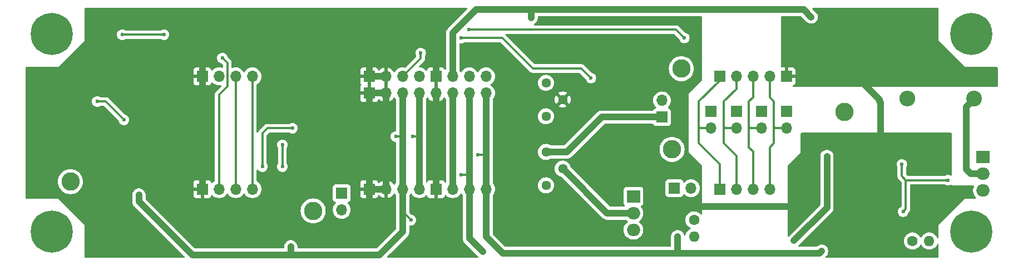
<source format=gbr>
%TF.GenerationSoftware,KiCad,Pcbnew,8.0.2*%
%TF.CreationDate,2024-07-01T04:04:09-07:00*%
%TF.ProjectId,waveform-generator-board,77617665-666f-4726-9d2d-67656e657261,rev?*%
%TF.SameCoordinates,Original*%
%TF.FileFunction,Copper,L2,Bot*%
%TF.FilePolarity,Positive*%
%FSLAX46Y46*%
G04 Gerber Fmt 4.6, Leading zero omitted, Abs format (unit mm)*
G04 Created by KiCad (PCBNEW 8.0.2) date 2024-07-01 04:04:09*
%MOMM*%
%LPD*%
G01*
G04 APERTURE LIST*
%TA.AperFunction,ComponentPad*%
%ADD10C,2.400000*%
%TD*%
%TA.AperFunction,ComponentPad*%
%ADD11O,2.400000X2.400000*%
%TD*%
%TA.AperFunction,ComponentPad*%
%ADD12C,2.800000*%
%TD*%
%TA.AperFunction,ComponentPad*%
%ADD13R,1.700000X1.700000*%
%TD*%
%TA.AperFunction,ComponentPad*%
%ADD14O,1.700000X1.700000*%
%TD*%
%TA.AperFunction,ComponentPad*%
%ADD15C,1.440000*%
%TD*%
%TA.AperFunction,ComponentPad*%
%ADD16C,1.600000*%
%TD*%
%TA.AperFunction,ComponentPad*%
%ADD17O,1.600000X1.600000*%
%TD*%
%TA.AperFunction,ComponentPad*%
%ADD18C,6.400000*%
%TD*%
%TA.AperFunction,ComponentPad*%
%ADD19R,2.000000X1.905000*%
%TD*%
%TA.AperFunction,ComponentPad*%
%ADD20O,2.000000X1.905000*%
%TD*%
%TA.AperFunction,ViaPad*%
%ADD21C,0.600000*%
%TD*%
%TA.AperFunction,Conductor*%
%ADD22C,1.000000*%
%TD*%
%TA.AperFunction,Conductor*%
%ADD23C,0.300000*%
%TD*%
G04 APERTURE END LIST*
D10*
%TO.P,R21,1*%
%TO.N,Net-(JP10-A)*%
X221405000Y-93825000D03*
D11*
%TO.P,R21,2*%
%TO.N,+100V*%
X211245000Y-93825000D03*
%TD*%
D12*
%TO.P,TP4,1,1*%
%TO.N,levelshift_out*%
X175427000Y-101529000D03*
%TD*%
D13*
%TO.P,J7,1,Pin_1*%
%TO.N,Net-(J7-Pin_1)*%
X182680000Y-90430000D03*
D14*
%TO.P,J7,2,Pin_2*%
%TO.N,Net-(J7-Pin_2)*%
X185220000Y-90430000D03*
%TO.P,J7,3,Pin_3*%
%TO.N,Net-(J7-Pin_3)*%
X187760000Y-90430000D03*
%TO.P,J7,4,Pin_4*%
%TO.N,Net-(J7-Pin_4)*%
X190300000Y-90430000D03*
%TD*%
D13*
%TO.P,J5,1,Pin_1*%
%TO.N,GND*%
X139500000Y-90430000D03*
D14*
%TO.P,J5,2,Pin_2*%
%TO.N,+100V*%
X142040000Y-90430000D03*
%TO.P,J5,3,Pin_3*%
%TO.N,-100+12V*%
X144580000Y-90430000D03*
%TO.P,J5,4,Pin_4*%
%TO.N,-100V*%
X147120000Y-90430000D03*
%TD*%
D15*
%TO.P,RV1,1,1*%
%TO.N,Net-(JP6-A)*%
X156245000Y-101915000D03*
%TO.P,RV1,2,2*%
%TO.N,Net-(Q3-D)*%
X158785000Y-104455000D03*
%TO.P,RV1,3,3*%
%TO.N,unconnected-(RV1-Pad3)*%
X156245000Y-106995000D03*
%TD*%
D13*
%TO.P,J9,1,Pin_1*%
%TO.N,GND*%
X129340000Y-92970000D03*
D14*
%TO.P,J9,2,Pin_2*%
X131880000Y-92970000D03*
%TO.P,J9,3,Pin_3*%
%TO.N,+12V*%
X134420000Y-92970000D03*
%TO.P,J9,4,Pin_4*%
%TO.N,-12V*%
X136960000Y-92970000D03*
%TO.P,J9,5,Pin_5*%
%TO.N,GND*%
X139500000Y-92970000D03*
%TO.P,J9,6,Pin_6*%
%TO.N,+100V*%
X142040000Y-92970000D03*
%TO.P,J9,7,Pin_7*%
%TO.N,-100+12V*%
X144580000Y-92970000D03*
%TO.P,J9,8,Pin_8*%
%TO.N,-100V*%
X147120000Y-92970000D03*
%TD*%
D16*
%TO.P,R23,1*%
%TO.N,-100V*%
X212025000Y-115461000D03*
D17*
%TO.P,R23,2*%
%TO.N,Net-(Q1-S)*%
X214565000Y-115461000D03*
%TD*%
D13*
%TO.P,J4,1,Pin_1*%
%TO.N,GND*%
X129340000Y-107570000D03*
D14*
%TO.P,J4,2,Pin_2*%
X131880000Y-107570000D03*
%TO.P,J4,3,Pin_3*%
%TO.N,+12V*%
X134420000Y-107570000D03*
%TO.P,J4,4,Pin_4*%
%TO.N,-12V*%
X136960000Y-107570000D03*
%TD*%
D13*
%TO.P,JP10,1,A*%
%TO.N,Net-(JP10-A)*%
X189030000Y-95764000D03*
D14*
%TO.P,JP10,2,B*%
%TO.N,Net-(J7-Pin_3)*%
X189030000Y-98304000D03*
%TD*%
D13*
%TO.P,J8,1,Pin_1*%
%TO.N,Net-(J7-Pin_1)*%
X182680000Y-107570000D03*
D14*
%TO.P,J8,2,Pin_2*%
%TO.N,Net-(J7-Pin_2)*%
X185220000Y-107570000D03*
%TO.P,J8,3,Pin_3*%
%TO.N,Net-(J7-Pin_3)*%
X187760000Y-107570000D03*
%TO.P,J8,4,Pin_4*%
%TO.N,Net-(J7-Pin_4)*%
X190300000Y-107570000D03*
%TD*%
D13*
%TO.P,J2,1,Pin_1*%
%TO.N,GND*%
X103940000Y-107570000D03*
D14*
%TO.P,J2,2,Pin_2*%
%TO.N,serial_out*%
X106480000Y-107570000D03*
%TO.P,J2,3,Pin_3*%
%TO.N,shift_clock*%
X109020000Y-107570000D03*
%TO.P,J2,4,Pin_4*%
%TO.N,store_clock*%
X111560000Y-107570000D03*
%TD*%
D18*
%TO.P,H4,1*%
%TO.N,N/C*%
X221000000Y-114000000D03*
%TD*%
D13*
%TO.P,JP9,1,A*%
%TO.N,Net-(JP10-A)*%
X185220000Y-95764000D03*
D14*
%TO.P,JP9,2,B*%
%TO.N,Net-(J7-Pin_2)*%
X185220000Y-98304000D03*
%TD*%
D18*
%TO.P,H1,1*%
%TO.N,N/C*%
X81000000Y-84000000D03*
%TD*%
D19*
%TO.P,Q3,1,G*%
%TO.N,Net-(Q3-G)*%
X169551000Y-108679000D03*
D20*
%TO.P,Q3,2,D*%
%TO.N,Net-(Q3-D)*%
X169551000Y-111219000D03*
%TO.P,Q3,3,S*%
%TO.N,levelshift_out*%
X169551000Y-113759000D03*
%TD*%
D13*
%TO.P,JP11,1,A*%
%TO.N,Net-(JP10-A)*%
X192840000Y-95764000D03*
D14*
%TO.P,JP11,2,B*%
%TO.N,Net-(J7-Pin_4)*%
X192840000Y-98304000D03*
%TD*%
D13*
%TO.P,JP4,1,A*%
%TO.N,levelshift_out*%
X175785000Y-107435000D03*
D14*
%TO.P,JP4,2,B*%
%TO.N,Net-(JP4-B)*%
X178325000Y-107435000D03*
%TD*%
D12*
%TO.P,TP5,1,1*%
%TO.N,Net-(JP10-A)*%
X201685000Y-95790000D03*
%TD*%
D19*
%TO.P,Q1,1,G*%
%TO.N,Net-(Q1-G)*%
X222755000Y-102695000D03*
D20*
%TO.P,Q1,2,D*%
%TO.N,Net-(JP10-A)*%
X222755000Y-105235000D03*
%TO.P,Q1,3,S*%
%TO.N,Net-(Q1-S)*%
X222755000Y-107775000D03*
%TD*%
D16*
%TO.P,R19,1*%
%TO.N,levelshift_out*%
X178779000Y-112251000D03*
D17*
%TO.P,R19,2*%
%TO.N,-100V*%
X178779000Y-114791000D03*
%TD*%
D15*
%TO.P,RV2,1,1*%
%TO.N,Net-(U8A-+)*%
X156245000Y-91415000D03*
%TO.P,RV2,2,2*%
%TO.N,GND*%
X158785000Y-93955000D03*
%TO.P,RV2,3,3*%
%TO.N,unconnected-(RV2-Pad3)*%
X156245000Y-96495000D03*
%TD*%
D13*
%TO.P,JP6,1,A*%
%TO.N,Net-(JP6-A)*%
X173905000Y-96627000D03*
D14*
%TO.P,JP6,2,B*%
%TO.N,monitor_out*%
X173905000Y-94087000D03*
%TD*%
D13*
%TO.P,JP8,1,A*%
%TO.N,Net-(JP10-A)*%
X181350000Y-95764000D03*
D14*
%TO.P,JP8,2,B*%
%TO.N,Net-(J7-Pin_1)*%
X181350000Y-98304000D03*
%TD*%
D13*
%TO.P,J6,1,Pin_1*%
%TO.N,GND*%
X139500000Y-107570000D03*
D14*
%TO.P,J6,2,Pin_2*%
%TO.N,+100V*%
X142040000Y-107570000D03*
%TO.P,J6,3,Pin_3*%
%TO.N,-100+12V*%
X144580000Y-107570000D03*
%TO.P,J6,4,Pin_4*%
%TO.N,-100V*%
X147120000Y-107570000D03*
%TD*%
D18*
%TO.P,H2,1*%
%TO.N,N/C*%
X81000000Y-114000000D03*
%TD*%
D13*
%TO.P,J3,1,Pin_1*%
%TO.N,GND*%
X129340000Y-90430000D03*
D14*
%TO.P,J3,2,Pin_2*%
X131880000Y-90430000D03*
%TO.P,J3,3,Pin_3*%
%TO.N,+12V*%
X134420000Y-90430000D03*
%TO.P,J3,4,Pin_4*%
%TO.N,-12V*%
X136960000Y-90430000D03*
%TD*%
D12*
%TO.P,TP1,1,1*%
%TO.N,Net-(JP1-B)*%
X83853000Y-106425000D03*
%TD*%
%TO.P,TP3,1,1*%
%TO.N,monitor_out*%
X176845000Y-89249000D03*
%TD*%
D13*
%TO.P,J10,1,Pin_1*%
%TO.N,GND*%
X192840000Y-90430000D03*
%TD*%
%TO.P,JP3,1,A*%
%TO.N,dac_out*%
X125151000Y-108187000D03*
D14*
%TO.P,JP3,2,B*%
%TO.N,Net-(JP3-B)*%
X125151000Y-110727000D03*
%TD*%
D12*
%TO.P,TP2,1,1*%
%TO.N,dac_out*%
X120805000Y-110879000D03*
%TD*%
D18*
%TO.P,H3,1*%
%TO.N,N/C*%
X221000000Y-84000000D03*
%TD*%
D13*
%TO.P,J1,1,Pin_1*%
%TO.N,GND*%
X103940000Y-90430000D03*
D14*
%TO.P,J1,2,Pin_2*%
%TO.N,serial_in*%
X106480000Y-90430000D03*
%TO.P,J1,3,Pin_3*%
%TO.N,shift_clock*%
X109020000Y-90430000D03*
%TO.P,J1,4,Pin_4*%
%TO.N,store_clock*%
X111560000Y-90430000D03*
%TD*%
D21*
%TO.N,GND*%
X139200000Y-115576000D03*
X163000000Y-115000000D03*
X163400000Y-101800000D03*
X207000000Y-94200000D03*
X131118000Y-114052000D03*
X195200000Y-110200000D03*
X95050000Y-82556000D03*
X88446000Y-82556000D03*
X199000000Y-91000000D03*
X165000000Y-85000000D03*
X207800000Y-105800000D03*
X133150000Y-102622000D03*
%TO.N,+12V*%
X137160000Y-86868000D03*
X117402000Y-116338000D03*
X177292000Y-84582000D03*
X144526000Y-83312000D03*
X94288000Y-108464000D03*
X133404000Y-99574000D03*
X135690000Y-112274000D03*
%TO.N,Net-(JP1-B)*%
X116132000Y-104146000D03*
X116132000Y-100844000D03*
X91748000Y-84080000D03*
X98098000Y-84080000D03*
%TO.N,-12V*%
X135944000Y-99574000D03*
X113084000Y-104146000D03*
X117656000Y-98304000D03*
X143310000Y-84588000D03*
X163068000Y-90678000D03*
%TO.N,-100V*%
X145850000Y-102368000D03*
X176276000Y-114791000D03*
X198200000Y-117000000D03*
X210600000Y-111000000D03*
X210400000Y-103800000D03*
X217400000Y-106200000D03*
%TO.N,-100+12V*%
X194000000Y-115400000D03*
X199000000Y-102600000D03*
X143310000Y-105416000D03*
X146612000Y-117100000D03*
%TO.N,+100V*%
X153978000Y-81540000D03*
X196600000Y-81400000D03*
%TO.N,serial_out*%
X106988000Y-87636000D03*
%TO.N,Net-(U3-VREF-)*%
X87938000Y-94240000D03*
X92002000Y-97034000D03*
%TD*%
D22*
%TO.N,GND*%
X175450000Y-110200000D02*
X167050000Y-101800000D01*
X131880000Y-92970000D02*
X131880000Y-102622000D01*
X167050000Y-101800000D02*
X163400000Y-101800000D01*
X139500000Y-105162000D02*
X139500000Y-107570000D01*
X126546000Y-85604000D02*
X129340000Y-88398000D01*
X204000000Y-91000000D02*
X199000000Y-91000000D01*
X103940000Y-90430000D02*
X103940000Y-88398000D01*
X177200000Y-110200000D02*
X175450000Y-110200000D01*
X207200000Y-94400000D02*
X207200000Y-105200000D01*
X129340000Y-92970000D02*
X129340000Y-107570000D01*
X131880000Y-90430000D02*
X129340000Y-90430000D01*
X129340000Y-88398000D02*
X129340000Y-90430000D01*
X95050000Y-82556000D02*
X88446000Y-82556000D01*
X139500000Y-87128000D02*
X137976000Y-85604000D01*
X103940000Y-85350000D02*
X106480000Y-85350000D01*
D23*
X133150000Y-102622000D02*
X131880000Y-102622000D01*
D22*
X129340000Y-112274000D02*
X131118000Y-114052000D01*
X101146000Y-82556000D02*
X95050000Y-82556000D01*
X103940000Y-90430000D02*
X103940000Y-107570000D01*
X129340000Y-92970000D02*
X131880000Y-92970000D01*
X131880000Y-102622000D02*
X131880000Y-107570000D01*
X129340000Y-107570000D02*
X131880000Y-107570000D01*
X139500000Y-90430000D02*
X139500000Y-87128000D01*
X137976000Y-85604000D02*
X126546000Y-85604000D01*
X139500000Y-92970000D02*
X139500000Y-105162000D01*
X129340000Y-107570000D02*
X129340000Y-112274000D01*
X207000000Y-94000000D02*
X204000000Y-91000000D01*
X103940000Y-85350000D02*
X101146000Y-82556000D01*
X106480000Y-85350000D02*
X106734000Y-85604000D01*
X103940000Y-90430000D02*
X103940000Y-85350000D01*
X195200000Y-110200000D02*
X177200000Y-110200000D01*
X207000000Y-94200000D02*
X207000000Y-94000000D01*
X207200000Y-105200000D02*
X207800000Y-105800000D01*
X106734000Y-85604000D02*
X126546000Y-85604000D01*
X207000000Y-94200000D02*
X207200000Y-94400000D01*
%TO.N,+12V*%
X134420000Y-114052000D02*
X130864000Y-117608000D01*
X117402000Y-116338000D02*
X117402000Y-117608000D01*
X94288000Y-109480000D02*
X94288000Y-108464000D01*
X130864000Y-117608000D02*
X117402000Y-117608000D01*
D23*
X134420000Y-111004000D02*
X135690000Y-112274000D01*
X137160000Y-87690000D02*
X137160000Y-86868000D01*
D22*
X117402000Y-117608000D02*
X102416000Y-117608000D01*
D23*
X134420000Y-90430000D02*
X137160000Y-87690000D01*
X176022000Y-83312000D02*
X144526000Y-83312000D01*
X134420000Y-110750000D02*
X134420000Y-111004000D01*
X133404000Y-99574000D02*
X134420000Y-99574000D01*
D22*
X134420000Y-107570000D02*
X134420000Y-110750000D01*
X134420000Y-92970000D02*
X134420000Y-99574000D01*
X134420000Y-110750000D02*
X134420000Y-114052000D01*
X102416000Y-117608000D02*
X94288000Y-109480000D01*
D23*
X177292000Y-84582000D02*
X176022000Y-83312000D01*
D22*
X134420000Y-99574000D02*
X134420000Y-107570000D01*
D23*
%TO.N,Net-(JP1-B)*%
X116132000Y-100844000D02*
X116132000Y-104146000D01*
X98098000Y-84080000D02*
X91748000Y-84080000D01*
%TO.N,-12V*%
X113084000Y-99066000D02*
X113084000Y-104146000D01*
X117656000Y-98304000D02*
X113846000Y-98304000D01*
X154248000Y-89230000D02*
X149606000Y-84588000D01*
X143310000Y-84588000D02*
X149606000Y-84588000D01*
D22*
X136960000Y-99574000D02*
X136960000Y-107570000D01*
D23*
X161620000Y-89230000D02*
X154248000Y-89230000D01*
X113846000Y-98304000D02*
X113084000Y-99066000D01*
X135944000Y-99574000D02*
X136960000Y-99574000D01*
D22*
X136960000Y-92970000D02*
X136960000Y-99066000D01*
D23*
X163068000Y-90678000D02*
X161620000Y-89230000D01*
D22*
X136960000Y-99066000D02*
X136960000Y-99574000D01*
%TO.N,-100V*%
X147120000Y-107570000D02*
X147120000Y-114814000D01*
D23*
X145850000Y-102368000D02*
X147120000Y-102368000D01*
X210400000Y-105600000D02*
X210400000Y-103800000D01*
X217400000Y-106200000D02*
X211000000Y-106200000D01*
X211000000Y-106200000D02*
X211000000Y-110600000D01*
X211000000Y-110600000D02*
X210600000Y-111000000D01*
D22*
X176276000Y-117354000D02*
X197846000Y-117354000D01*
X176276000Y-114791000D02*
X176276000Y-117354000D01*
X197846000Y-117354000D02*
X198200000Y-117000000D01*
X147120000Y-114814000D02*
X149660000Y-117354000D01*
D23*
X211000000Y-106200000D02*
X210400000Y-105600000D01*
D22*
X147120000Y-92970000D02*
X147120000Y-102368000D01*
X175060000Y-117354000D02*
X176276000Y-117354000D01*
X149660000Y-117354000D02*
X175060000Y-117354000D01*
X147120000Y-102368000D02*
X147120000Y-107570000D01*
%TO.N,-100+12V*%
X144580000Y-107570000D02*
X144580000Y-115068000D01*
X144580000Y-92970000D02*
X144580000Y-105416000D01*
X199000000Y-110400000D02*
X199000000Y-102600000D01*
X144580000Y-115068000D02*
X146612000Y-117100000D01*
X144580000Y-105416000D02*
X144580000Y-107570000D01*
D23*
X143310000Y-105416000D02*
X144580000Y-105416000D01*
D22*
X194000000Y-115400000D02*
X199000000Y-110400000D01*
%TO.N,+100V*%
X153978000Y-80270000D02*
X195470000Y-80270000D01*
X142040000Y-92970000D02*
X142040000Y-107570000D01*
X153978000Y-80270000D02*
X145596000Y-80270000D01*
X142040000Y-83826000D02*
X142040000Y-90430000D01*
X153978000Y-81540000D02*
X153978000Y-80270000D01*
X195470000Y-80270000D02*
X196600000Y-81400000D01*
X145596000Y-80270000D02*
X142040000Y-83826000D01*
D23*
%TO.N,shift_clock*%
X109020000Y-90430000D02*
X109020000Y-107570000D01*
%TO.N,store_clock*%
X111560000Y-90430000D02*
X111560000Y-107570000D01*
%TO.N,serial_out*%
X106480000Y-93224000D02*
X106480000Y-107570000D01*
X107750000Y-91954000D02*
X106480000Y-93224000D01*
X107750000Y-88398000D02*
X107750000Y-91954000D01*
X106988000Y-87636000D02*
X107750000Y-88398000D01*
%TO.N,Net-(J7-Pin_2)*%
X183315000Y-100590000D02*
X185220000Y-102495000D01*
X185220000Y-92335000D02*
X183315000Y-94240000D01*
X185220000Y-98304000D02*
X183569000Y-98304000D01*
X183569000Y-98304000D02*
X183315000Y-98050000D01*
X183315000Y-94240000D02*
X183315000Y-98050000D01*
X185220000Y-102495000D02*
X185220000Y-107570000D01*
X185220000Y-90430000D02*
X185220000Y-92335000D01*
X183315000Y-98050000D02*
X183315000Y-100590000D01*
%TO.N,Net-(J7-Pin_4)*%
X190935000Y-100590000D02*
X190300000Y-101225000D01*
X190300000Y-101225000D02*
X190300000Y-107570000D01*
X192840000Y-98304000D02*
X191189000Y-98304000D01*
X190300000Y-93605000D02*
X190935000Y-94240000D01*
X190935000Y-94240000D02*
X190935000Y-98050000D01*
X190935000Y-98050000D02*
X190935000Y-100590000D01*
X191189000Y-98304000D02*
X190935000Y-98050000D01*
X190300000Y-90430000D02*
X190300000Y-93605000D01*
%TO.N,Net-(J7-Pin_1)*%
X182680000Y-103765000D02*
X182680000Y-107570000D01*
X179505000Y-98050000D02*
X179505000Y-100590000D01*
X179505000Y-94240000D02*
X179505000Y-98050000D01*
X179505000Y-100590000D02*
X182680000Y-103765000D01*
X181350000Y-98304000D02*
X179759000Y-98304000D01*
X182680000Y-91065000D02*
X179505000Y-94240000D01*
X182680000Y-90430000D02*
X182680000Y-91065000D01*
X179759000Y-98304000D02*
X179505000Y-98050000D01*
%TO.N,Net-(J7-Pin_3)*%
X187125000Y-98050000D02*
X187125000Y-101225000D01*
X187125000Y-94240000D02*
X187125000Y-98050000D01*
X187760000Y-90430000D02*
X187760000Y-93605000D01*
X187760000Y-101860000D02*
X187760000Y-107570000D01*
X187125000Y-101225000D02*
X187760000Y-101860000D01*
X189030000Y-98304000D02*
X187379000Y-98304000D01*
X187379000Y-98304000D02*
X187125000Y-98050000D01*
X187760000Y-93605000D02*
X187125000Y-94240000D01*
D22*
%TO.N,Net-(JP6-A)*%
X156245000Y-101915000D02*
X159451000Y-101915000D01*
X159451000Y-101915000D02*
X164739000Y-96627000D01*
X164739000Y-96627000D02*
X173905000Y-96627000D01*
%TO.N,Net-(JP10-A)*%
X220850000Y-105235000D02*
X220200000Y-104585000D01*
X220200000Y-104585000D02*
X220200000Y-95030000D01*
X220200000Y-95030000D02*
X221405000Y-93825000D01*
X222755000Y-105235000D02*
X220850000Y-105235000D01*
%TO.N,Net-(Q3-D)*%
X158785000Y-104455000D02*
X165549000Y-111219000D01*
X165549000Y-111219000D02*
X169551000Y-111219000D01*
D23*
%TO.N,Net-(U3-VREF-)*%
X87938000Y-94240000D02*
X89208000Y-94240000D01*
X89208000Y-94240000D02*
X92002000Y-97034000D01*
%TD*%
%TA.AperFunction,Conductor*%
%TO.N,GND*%
G36*
X144218756Y-80019685D02*
G01*
X144264511Y-80072489D01*
X144274455Y-80141647D01*
X144245430Y-80205203D01*
X144239398Y-80211681D01*
X141402220Y-83048859D01*
X141402218Y-83048861D01*
X141332538Y-83118540D01*
X141262859Y-83188219D01*
X141153371Y-83352079D01*
X141153364Y-83352092D01*
X141077950Y-83534160D01*
X141077947Y-83534170D01*
X141039500Y-83727456D01*
X141039500Y-89310569D01*
X141019815Y-89377608D01*
X140967011Y-89423363D01*
X140897853Y-89433307D01*
X140834297Y-89404282D01*
X140799319Y-89353903D01*
X140793356Y-89337917D01*
X140793350Y-89337906D01*
X140707190Y-89222812D01*
X140707187Y-89222809D01*
X140592093Y-89136649D01*
X140592086Y-89136645D01*
X140457379Y-89086403D01*
X140457372Y-89086401D01*
X140397844Y-89080000D01*
X139750000Y-89080000D01*
X139750000Y-89996988D01*
X139692993Y-89964075D01*
X139565826Y-89930000D01*
X139434174Y-89930000D01*
X139307007Y-89964075D01*
X139250000Y-89996988D01*
X139250000Y-89080000D01*
X138602155Y-89080000D01*
X138542627Y-89086401D01*
X138542620Y-89086403D01*
X138407913Y-89136645D01*
X138407906Y-89136649D01*
X138292812Y-89222809D01*
X138292809Y-89222812D01*
X138206649Y-89337906D01*
X138206645Y-89337913D01*
X138157578Y-89469470D01*
X138115707Y-89525404D01*
X138050242Y-89549821D01*
X137981969Y-89534969D01*
X137953715Y-89513819D01*
X137909137Y-89469241D01*
X137831401Y-89391505D01*
X137831397Y-89391502D01*
X137831396Y-89391501D01*
X137637834Y-89255967D01*
X137637830Y-89255965D01*
X137622896Y-89249001D01*
X137423663Y-89156097D01*
X137423659Y-89156096D01*
X137423655Y-89156094D01*
X137195413Y-89094938D01*
X137195403Y-89094936D01*
X136981779Y-89076246D01*
X136916710Y-89050793D01*
X136875732Y-88994202D01*
X136871854Y-88924440D01*
X136904904Y-88865039D01*
X137665276Y-88104669D01*
X137736465Y-87998127D01*
X137785501Y-87879744D01*
X137799566Y-87809038D01*
X137810500Y-87754071D01*
X137810500Y-87373067D01*
X137829507Y-87307094D01*
X137885788Y-87217524D01*
X137915106Y-87133738D01*
X137945368Y-87047255D01*
X137965565Y-86868000D01*
X137963608Y-86850632D01*
X137945369Y-86688750D01*
X137945368Y-86688745D01*
X137885788Y-86518476D01*
X137789815Y-86365737D01*
X137662262Y-86238184D01*
X137509523Y-86142211D01*
X137339254Y-86082631D01*
X137339249Y-86082630D01*
X137160004Y-86062435D01*
X137159996Y-86062435D01*
X136980750Y-86082630D01*
X136980745Y-86082631D01*
X136810476Y-86142211D01*
X136657737Y-86238184D01*
X136530184Y-86365737D01*
X136434211Y-86518476D01*
X136374631Y-86688745D01*
X136374630Y-86688750D01*
X136354435Y-86867996D01*
X136354435Y-86868003D01*
X136374630Y-87047249D01*
X136374631Y-87047254D01*
X136434211Y-87217523D01*
X136488998Y-87304715D01*
X136507998Y-87371951D01*
X136487630Y-87438787D01*
X136471685Y-87458368D01*
X134847762Y-89082290D01*
X134786439Y-89115775D01*
X134727989Y-89114384D01*
X134655416Y-89094939D01*
X134655412Y-89094938D01*
X134655408Y-89094937D01*
X134655406Y-89094936D01*
X134655403Y-89094936D01*
X134420001Y-89074341D01*
X134419999Y-89074341D01*
X134184596Y-89094936D01*
X134184586Y-89094938D01*
X133956344Y-89156094D01*
X133956335Y-89156098D01*
X133742171Y-89255964D01*
X133742169Y-89255965D01*
X133548597Y-89391505D01*
X133381508Y-89558594D01*
X133251269Y-89744595D01*
X133196692Y-89788219D01*
X133127193Y-89795412D01*
X133064839Y-89763890D01*
X133048119Y-89744594D01*
X132918113Y-89558926D01*
X132918108Y-89558920D01*
X132751082Y-89391894D01*
X132557578Y-89256399D01*
X132343492Y-89156570D01*
X132343486Y-89156567D01*
X132130000Y-89099364D01*
X132130000Y-89996988D01*
X132072993Y-89964075D01*
X131945826Y-89930000D01*
X131814174Y-89930000D01*
X131687007Y-89964075D01*
X131630000Y-89996988D01*
X131630000Y-89099364D01*
X131629999Y-89099364D01*
X131416513Y-89156567D01*
X131416507Y-89156570D01*
X131202422Y-89256399D01*
X131202420Y-89256400D01*
X131008926Y-89391886D01*
X130886477Y-89514335D01*
X130825154Y-89547819D01*
X130755462Y-89542835D01*
X130699529Y-89500963D01*
X130682614Y-89469986D01*
X130633354Y-89337913D01*
X130633350Y-89337906D01*
X130547190Y-89222812D01*
X130547187Y-89222809D01*
X130432093Y-89136649D01*
X130432086Y-89136645D01*
X130297379Y-89086403D01*
X130297372Y-89086401D01*
X130237844Y-89080000D01*
X129590000Y-89080000D01*
X129590000Y-89996988D01*
X129532993Y-89964075D01*
X129405826Y-89930000D01*
X129274174Y-89930000D01*
X129147007Y-89964075D01*
X129090000Y-89996988D01*
X129090000Y-89080000D01*
X128442155Y-89080000D01*
X128382627Y-89086401D01*
X128382620Y-89086403D01*
X128247913Y-89136645D01*
X128247906Y-89136649D01*
X128132812Y-89222809D01*
X128132809Y-89222812D01*
X128046649Y-89337906D01*
X128046645Y-89337913D01*
X127996403Y-89472620D01*
X127996401Y-89472627D01*
X127990000Y-89532155D01*
X127990000Y-90180000D01*
X128906988Y-90180000D01*
X128874075Y-90237007D01*
X128840000Y-90364174D01*
X128840000Y-90495826D01*
X128874075Y-90622993D01*
X128906988Y-90680000D01*
X127990000Y-90680000D01*
X127990000Y-91327844D01*
X127996401Y-91387372D01*
X127996403Y-91387379D01*
X128046645Y-91522086D01*
X128046647Y-91522088D01*
X128124202Y-91625689D01*
X128148619Y-91691153D01*
X128133768Y-91759426D01*
X128124202Y-91774311D01*
X128046647Y-91877911D01*
X128046645Y-91877913D01*
X127996403Y-92012620D01*
X127996401Y-92012627D01*
X127990000Y-92072155D01*
X127990000Y-92720000D01*
X128906988Y-92720000D01*
X128874075Y-92777007D01*
X128840000Y-92904174D01*
X128840000Y-93035826D01*
X128874075Y-93162993D01*
X128906988Y-93220000D01*
X127990000Y-93220000D01*
X127990000Y-93867844D01*
X127996401Y-93927372D01*
X127996403Y-93927379D01*
X128046645Y-94062086D01*
X128046649Y-94062093D01*
X128132809Y-94177187D01*
X128132812Y-94177190D01*
X128247906Y-94263350D01*
X128247913Y-94263354D01*
X128382620Y-94313596D01*
X128382627Y-94313598D01*
X128442155Y-94319999D01*
X128442172Y-94320000D01*
X129090000Y-94320000D01*
X129090000Y-93403012D01*
X129147007Y-93435925D01*
X129274174Y-93470000D01*
X129405826Y-93470000D01*
X129532993Y-93435925D01*
X129590000Y-93403012D01*
X129590000Y-94320000D01*
X130237828Y-94320000D01*
X130237844Y-94319999D01*
X130297372Y-94313598D01*
X130297379Y-94313596D01*
X130432086Y-94263354D01*
X130432093Y-94263350D01*
X130547187Y-94177190D01*
X130547190Y-94177187D01*
X130633350Y-94062093D01*
X130633354Y-94062086D01*
X130682614Y-93930013D01*
X130724485Y-93874079D01*
X130789949Y-93849662D01*
X130858222Y-93864513D01*
X130886477Y-93885665D01*
X131008917Y-94008105D01*
X131202421Y-94143600D01*
X131416507Y-94243429D01*
X131416516Y-94243433D01*
X131630000Y-94300634D01*
X131630000Y-93403012D01*
X131687007Y-93435925D01*
X131814174Y-93470000D01*
X131945826Y-93470000D01*
X132072993Y-93435925D01*
X132130000Y-93403012D01*
X132130000Y-94300633D01*
X132343483Y-94243433D01*
X132343492Y-94243429D01*
X132557578Y-94143600D01*
X132751082Y-94008105D01*
X132918105Y-93841082D01*
X133048119Y-93655405D01*
X133102696Y-93611781D01*
X133172195Y-93604588D01*
X133234549Y-93636110D01*
X133251269Y-93655405D01*
X133381505Y-93841401D01*
X133381506Y-93841402D01*
X133383181Y-93843077D01*
X133383682Y-93843995D01*
X133384982Y-93845544D01*
X133384670Y-93845805D01*
X133416666Y-93904400D01*
X133419500Y-93930758D01*
X133419500Y-98655875D01*
X133399815Y-98722914D01*
X133347011Y-98768669D01*
X133309383Y-98779095D01*
X133224750Y-98788630D01*
X133224745Y-98788631D01*
X133054476Y-98848211D01*
X132901737Y-98944184D01*
X132774184Y-99071737D01*
X132678211Y-99224476D01*
X132618631Y-99394745D01*
X132618630Y-99394750D01*
X132598435Y-99573996D01*
X132598435Y-99574003D01*
X132618630Y-99753249D01*
X132618631Y-99753254D01*
X132678211Y-99923523D01*
X132750416Y-100038435D01*
X132774184Y-100076262D01*
X132901738Y-100203816D01*
X132918239Y-100214184D01*
X133050817Y-100297489D01*
X133054478Y-100299789D01*
X133187433Y-100346312D01*
X133224745Y-100359368D01*
X133224750Y-100359369D01*
X133281815Y-100365798D01*
X133309382Y-100368904D01*
X133373796Y-100395970D01*
X133413352Y-100453564D01*
X133419500Y-100492124D01*
X133419500Y-106609241D01*
X133399815Y-106676280D01*
X133383181Y-106696922D01*
X133381508Y-106698594D01*
X133251269Y-106884595D01*
X133196692Y-106928219D01*
X133127193Y-106935412D01*
X133064839Y-106903890D01*
X133048119Y-106884594D01*
X132918113Y-106698926D01*
X132918108Y-106698920D01*
X132751082Y-106531894D01*
X132557578Y-106396399D01*
X132343492Y-106296570D01*
X132343486Y-106296567D01*
X132130000Y-106239364D01*
X132130000Y-107136988D01*
X132072993Y-107104075D01*
X131945826Y-107070000D01*
X131814174Y-107070000D01*
X131687007Y-107104075D01*
X131630000Y-107136988D01*
X131630000Y-106239364D01*
X131629999Y-106239364D01*
X131416513Y-106296567D01*
X131416507Y-106296570D01*
X131202422Y-106396399D01*
X131202420Y-106396400D01*
X131008926Y-106531886D01*
X130886477Y-106654335D01*
X130825154Y-106687819D01*
X130755462Y-106682835D01*
X130699529Y-106640963D01*
X130682614Y-106609986D01*
X130633354Y-106477913D01*
X130633350Y-106477906D01*
X130547190Y-106362812D01*
X130547187Y-106362809D01*
X130432093Y-106276649D01*
X130432086Y-106276645D01*
X130297379Y-106226403D01*
X130297372Y-106226401D01*
X130237844Y-106220000D01*
X129590000Y-106220000D01*
X129590000Y-107136988D01*
X129532993Y-107104075D01*
X129405826Y-107070000D01*
X129274174Y-107070000D01*
X129147007Y-107104075D01*
X129090000Y-107136988D01*
X129090000Y-106220000D01*
X128442155Y-106220000D01*
X128382627Y-106226401D01*
X128382620Y-106226403D01*
X128247913Y-106276645D01*
X128247906Y-106276649D01*
X128132812Y-106362809D01*
X128132809Y-106362812D01*
X128046649Y-106477906D01*
X128046645Y-106477913D01*
X127996403Y-106612620D01*
X127996401Y-106612627D01*
X127990000Y-106672155D01*
X127990000Y-107320000D01*
X128906988Y-107320000D01*
X128874075Y-107377007D01*
X128840000Y-107504174D01*
X128840000Y-107635826D01*
X128874075Y-107762993D01*
X128906988Y-107820000D01*
X127990000Y-107820000D01*
X127990000Y-108467844D01*
X127996401Y-108527372D01*
X127996403Y-108527379D01*
X128046645Y-108662086D01*
X128046649Y-108662093D01*
X128132809Y-108777187D01*
X128132812Y-108777190D01*
X128247906Y-108863350D01*
X128247913Y-108863354D01*
X128382620Y-108913596D01*
X128382627Y-108913598D01*
X128442155Y-108919999D01*
X128442172Y-108920000D01*
X129090000Y-108920000D01*
X129090000Y-108003012D01*
X129147007Y-108035925D01*
X129274174Y-108070000D01*
X129405826Y-108070000D01*
X129532993Y-108035925D01*
X129590000Y-108003012D01*
X129590000Y-108920000D01*
X130237828Y-108920000D01*
X130237844Y-108919999D01*
X130297372Y-108913598D01*
X130297379Y-108913596D01*
X130432086Y-108863354D01*
X130432093Y-108863350D01*
X130547187Y-108777190D01*
X130547190Y-108777187D01*
X130633350Y-108662093D01*
X130633354Y-108662086D01*
X130682614Y-108530013D01*
X130724485Y-108474079D01*
X130789949Y-108449662D01*
X130858222Y-108464513D01*
X130886477Y-108485665D01*
X131008917Y-108608105D01*
X131202421Y-108743600D01*
X131416507Y-108843429D01*
X131416516Y-108843433D01*
X131630000Y-108900634D01*
X131630000Y-108003012D01*
X131687007Y-108035925D01*
X131814174Y-108070000D01*
X131945826Y-108070000D01*
X132072993Y-108035925D01*
X132130000Y-108003012D01*
X132130000Y-108900633D01*
X132343483Y-108843433D01*
X132343492Y-108843429D01*
X132557578Y-108743600D01*
X132751082Y-108608105D01*
X132918105Y-108441082D01*
X133048119Y-108255405D01*
X133102696Y-108211781D01*
X133172195Y-108204588D01*
X133234549Y-108236110D01*
X133251269Y-108255405D01*
X133381505Y-108441401D01*
X133381506Y-108441402D01*
X133383181Y-108443077D01*
X133383682Y-108443995D01*
X133384982Y-108445544D01*
X133384670Y-108445805D01*
X133416666Y-108504400D01*
X133419500Y-108530758D01*
X133419500Y-113586217D01*
X133399815Y-113653256D01*
X133383181Y-113673898D01*
X130485899Y-116571181D01*
X130424576Y-116604666D01*
X130398218Y-116607500D01*
X118526500Y-116607500D01*
X118459461Y-116587815D01*
X118413706Y-116535011D01*
X118402500Y-116483500D01*
X118402500Y-116239456D01*
X118364052Y-116046170D01*
X118364051Y-116046169D01*
X118364051Y-116046165D01*
X118364049Y-116046160D01*
X118288635Y-115864092D01*
X118288628Y-115864079D01*
X118179139Y-115700218D01*
X118179136Y-115700214D01*
X118039785Y-115560863D01*
X118039781Y-115560860D01*
X117875920Y-115451371D01*
X117875907Y-115451364D01*
X117693839Y-115375950D01*
X117693829Y-115375947D01*
X117500543Y-115337500D01*
X117500541Y-115337500D01*
X117303459Y-115337500D01*
X117303457Y-115337500D01*
X117110170Y-115375947D01*
X117110160Y-115375950D01*
X116928092Y-115451364D01*
X116928079Y-115451371D01*
X116764218Y-115560860D01*
X116764214Y-115560863D01*
X116624863Y-115700214D01*
X116624860Y-115700218D01*
X116515371Y-115864079D01*
X116515364Y-115864092D01*
X116439950Y-116046160D01*
X116439947Y-116046170D01*
X116401500Y-116239456D01*
X116401500Y-116483500D01*
X116381815Y-116550539D01*
X116329011Y-116596294D01*
X116277500Y-116607500D01*
X102881782Y-116607500D01*
X102814743Y-116587815D01*
X102794101Y-116571181D01*
X97101918Y-110878998D01*
X118899645Y-110878998D01*
X118899645Y-110879001D01*
X118919039Y-111150160D01*
X118919040Y-111150167D01*
X118976823Y-111415793D01*
X118976825Y-111415801D01*
X119030329Y-111559249D01*
X119071830Y-111670519D01*
X119202109Y-111909107D01*
X119202110Y-111909108D01*
X119202113Y-111909113D01*
X119365029Y-112126742D01*
X119365033Y-112126746D01*
X119365038Y-112126752D01*
X119557247Y-112318961D01*
X119557253Y-112318966D01*
X119557258Y-112318971D01*
X119774887Y-112481887D01*
X119774891Y-112481889D01*
X119774892Y-112481890D01*
X120013481Y-112612169D01*
X120013480Y-112612169D01*
X120013484Y-112612170D01*
X120013487Y-112612172D01*
X120268199Y-112707175D01*
X120533840Y-112764961D01*
X120785605Y-112782967D01*
X120804999Y-112784355D01*
X120805000Y-112784355D01*
X120805001Y-112784355D01*
X120823100Y-112783060D01*
X121076160Y-112764961D01*
X121341801Y-112707175D01*
X121596513Y-112612172D01*
X121596517Y-112612169D01*
X121596519Y-112612169D01*
X121822086Y-112489000D01*
X121835113Y-112481887D01*
X122052742Y-112318971D01*
X122244971Y-112126742D01*
X122407887Y-111909113D01*
X122482900Y-111771737D01*
X122538169Y-111670519D01*
X122538169Y-111670517D01*
X122538172Y-111670513D01*
X122633175Y-111415801D01*
X122690961Y-111150160D01*
X122710355Y-110879000D01*
X122710337Y-110878755D01*
X122700777Y-110745085D01*
X122699483Y-110726999D01*
X123795341Y-110726999D01*
X123795341Y-110727000D01*
X123815936Y-110962403D01*
X123815938Y-110962413D01*
X123877094Y-111190655D01*
X123877096Y-111190659D01*
X123877097Y-111190663D01*
X123951175Y-111349523D01*
X123976965Y-111404830D01*
X123976967Y-111404834D01*
X124085088Y-111559245D01*
X124112505Y-111598401D01*
X124279599Y-111765495D01*
X124376384Y-111833265D01*
X124473165Y-111901032D01*
X124473167Y-111901033D01*
X124473170Y-111901035D01*
X124687337Y-112000903D01*
X124915592Y-112062063D01*
X125103918Y-112078539D01*
X125150999Y-112082659D01*
X125151000Y-112082659D01*
X125151001Y-112082659D01*
X125190234Y-112079226D01*
X125386408Y-112062063D01*
X125614663Y-112000903D01*
X125828830Y-111901035D01*
X126022401Y-111765495D01*
X126189495Y-111598401D01*
X126325035Y-111404830D01*
X126424903Y-111190663D01*
X126486063Y-110962408D01*
X126506659Y-110727000D01*
X126503582Y-110691836D01*
X126496841Y-110614786D01*
X126486063Y-110491592D01*
X126433232Y-110294422D01*
X126424905Y-110263344D01*
X126424904Y-110263343D01*
X126424903Y-110263337D01*
X126325035Y-110049171D01*
X126305938Y-110021898D01*
X126189496Y-109855600D01*
X126135673Y-109801777D01*
X126067567Y-109733671D01*
X126034084Y-109672351D01*
X126039068Y-109602659D01*
X126080939Y-109546725D01*
X126111915Y-109529810D01*
X126243331Y-109480796D01*
X126358546Y-109394546D01*
X126444796Y-109279331D01*
X126495091Y-109144483D01*
X126501500Y-109084873D01*
X126501499Y-107289128D01*
X126495091Y-107229517D01*
X126493779Y-107226000D01*
X126444797Y-107094671D01*
X126444793Y-107094664D01*
X126358547Y-106979455D01*
X126358544Y-106979452D01*
X126243335Y-106893206D01*
X126243328Y-106893202D01*
X126108482Y-106842908D01*
X126108483Y-106842908D01*
X126048883Y-106836501D01*
X126048881Y-106836500D01*
X126048873Y-106836500D01*
X126048864Y-106836500D01*
X124253129Y-106836500D01*
X124253123Y-106836501D01*
X124193516Y-106842908D01*
X124058671Y-106893202D01*
X124058664Y-106893206D01*
X123943455Y-106979452D01*
X123943452Y-106979455D01*
X123857206Y-107094664D01*
X123857202Y-107094671D01*
X123806908Y-107229517D01*
X123801190Y-107282706D01*
X123800501Y-107289123D01*
X123800500Y-107289135D01*
X123800500Y-109084870D01*
X123800501Y-109084876D01*
X123806908Y-109144483D01*
X123857202Y-109279328D01*
X123857206Y-109279335D01*
X123943452Y-109394544D01*
X123943455Y-109394547D01*
X124058664Y-109480793D01*
X124058671Y-109480797D01*
X124190081Y-109529810D01*
X124246015Y-109571681D01*
X124270432Y-109637145D01*
X124255580Y-109705418D01*
X124234430Y-109733673D01*
X124112503Y-109855600D01*
X123976965Y-110049169D01*
X123976964Y-110049171D01*
X123877098Y-110263335D01*
X123877094Y-110263344D01*
X123815938Y-110491586D01*
X123815936Y-110491596D01*
X123795341Y-110726999D01*
X122699483Y-110726999D01*
X122690961Y-110607840D01*
X122633175Y-110342199D01*
X122538172Y-110087487D01*
X122538170Y-110087484D01*
X122538169Y-110087480D01*
X122407890Y-109848892D01*
X122407889Y-109848891D01*
X122407887Y-109848887D01*
X122244971Y-109631258D01*
X122244966Y-109631253D01*
X122244961Y-109631247D01*
X122052752Y-109439038D01*
X122052746Y-109439033D01*
X122052742Y-109439029D01*
X121835113Y-109276113D01*
X121835108Y-109276110D01*
X121835107Y-109276109D01*
X121596518Y-109145830D01*
X121596519Y-109145830D01*
X121531416Y-109121548D01*
X121341801Y-109050825D01*
X121341794Y-109050823D01*
X121341793Y-109050823D01*
X121076167Y-108993040D01*
X121076160Y-108993039D01*
X120805001Y-108973645D01*
X120804999Y-108973645D01*
X120533839Y-108993039D01*
X120533832Y-108993040D01*
X120268206Y-109050823D01*
X120268202Y-109050824D01*
X120268199Y-109050825D01*
X120140843Y-109098326D01*
X120013480Y-109145830D01*
X119774892Y-109276109D01*
X119774891Y-109276110D01*
X119557259Y-109439028D01*
X119557247Y-109439038D01*
X119365038Y-109631247D01*
X119365028Y-109631259D01*
X119202110Y-109848891D01*
X119202109Y-109848892D01*
X119071830Y-110087480D01*
X119055225Y-110132000D01*
X118976825Y-110342199D01*
X118976824Y-110342202D01*
X118976823Y-110342206D01*
X118919040Y-110607832D01*
X118919039Y-110607839D01*
X118899645Y-110878998D01*
X97101918Y-110878998D01*
X95324819Y-109101899D01*
X95291334Y-109040576D01*
X95288500Y-109014218D01*
X95288500Y-108365456D01*
X95250052Y-108172170D01*
X95250051Y-108172169D01*
X95250051Y-108172165D01*
X95226474Y-108115245D01*
X95174635Y-107990092D01*
X95174628Y-107990079D01*
X95065139Y-107826218D01*
X95065136Y-107826214D01*
X94925785Y-107686863D01*
X94925781Y-107686860D01*
X94761920Y-107577371D01*
X94761907Y-107577364D01*
X94579839Y-107501950D01*
X94579829Y-107501947D01*
X94386543Y-107463500D01*
X94386541Y-107463500D01*
X94189459Y-107463500D01*
X94189457Y-107463500D01*
X93996170Y-107501947D01*
X93996160Y-107501950D01*
X93814092Y-107577364D01*
X93814079Y-107577371D01*
X93650218Y-107686860D01*
X93650214Y-107686863D01*
X93510863Y-107826214D01*
X93510860Y-107826218D01*
X93401371Y-107990079D01*
X93401364Y-107990092D01*
X93325950Y-108172160D01*
X93325947Y-108172170D01*
X93287500Y-108365456D01*
X93287500Y-109578544D01*
X93325947Y-109771829D01*
X93325949Y-109771836D01*
X93338352Y-109801777D01*
X93338353Y-109801781D01*
X93401364Y-109953906D01*
X93401371Y-109953919D01*
X93510860Y-110117782D01*
X93654537Y-110261459D01*
X93654559Y-110261479D01*
X101181399Y-117788319D01*
X101214884Y-117849642D01*
X101209900Y-117919334D01*
X101168028Y-117975267D01*
X101102564Y-117999684D01*
X101093718Y-118000000D01*
X86124000Y-118000000D01*
X86056961Y-117980315D01*
X86011206Y-117927511D01*
X86000000Y-117876000D01*
X86000000Y-113000000D01*
X82000000Y-109000000D01*
X77124000Y-109000000D01*
X77056961Y-108980315D01*
X77011206Y-108927511D01*
X77000000Y-108876000D01*
X77000000Y-106424998D01*
X81947645Y-106424998D01*
X81947645Y-106425001D01*
X81967039Y-106696160D01*
X81967040Y-106696167D01*
X82024823Y-106961793D01*
X82024825Y-106961801D01*
X82091904Y-107141647D01*
X82119830Y-107216519D01*
X82250109Y-107455107D01*
X82250110Y-107455108D01*
X82250113Y-107455113D01*
X82413029Y-107672742D01*
X82413033Y-107672746D01*
X82413038Y-107672752D01*
X82605247Y-107864961D01*
X82605253Y-107864966D01*
X82605258Y-107864971D01*
X82822887Y-108027887D01*
X82822891Y-108027889D01*
X82822892Y-108027890D01*
X83061481Y-108158169D01*
X83061480Y-108158169D01*
X83061484Y-108158170D01*
X83061487Y-108158172D01*
X83316199Y-108253175D01*
X83581840Y-108310961D01*
X83833605Y-108328967D01*
X83852999Y-108330355D01*
X83853000Y-108330355D01*
X83853001Y-108330355D01*
X83871100Y-108329060D01*
X84124160Y-108310961D01*
X84389801Y-108253175D01*
X84644513Y-108158172D01*
X84644517Y-108158169D01*
X84644519Y-108158169D01*
X84788290Y-108079664D01*
X84883113Y-108027887D01*
X85100742Y-107864971D01*
X85292971Y-107672742D01*
X85455887Y-107455113D01*
X85577493Y-107232408D01*
X85586169Y-107216519D01*
X85586169Y-107216517D01*
X85586172Y-107216513D01*
X85681175Y-106961801D01*
X85738961Y-106696160D01*
X85758355Y-106425000D01*
X85738961Y-106153840D01*
X85681175Y-105888199D01*
X85586172Y-105633487D01*
X85586170Y-105633484D01*
X85586169Y-105633480D01*
X85455890Y-105394892D01*
X85455889Y-105394891D01*
X85455887Y-105394887D01*
X85292971Y-105177258D01*
X85292966Y-105177253D01*
X85292961Y-105177247D01*
X85100752Y-104985038D01*
X85100746Y-104985033D01*
X85100742Y-104985029D01*
X84883113Y-104822113D01*
X84883108Y-104822110D01*
X84883107Y-104822109D01*
X84644518Y-104691830D01*
X84644519Y-104691830D01*
X84579963Y-104667752D01*
X84389801Y-104596825D01*
X84389794Y-104596823D01*
X84389793Y-104596823D01*
X84124167Y-104539040D01*
X84124160Y-104539039D01*
X83853001Y-104519645D01*
X83852999Y-104519645D01*
X83581839Y-104539039D01*
X83581832Y-104539040D01*
X83316206Y-104596823D01*
X83316202Y-104596824D01*
X83316199Y-104596825D01*
X83188843Y-104644326D01*
X83061480Y-104691830D01*
X82822892Y-104822109D01*
X82822891Y-104822110D01*
X82605259Y-104985028D01*
X82605247Y-104985038D01*
X82413038Y-105177247D01*
X82413028Y-105177259D01*
X82250110Y-105394891D01*
X82250109Y-105394892D01*
X82119830Y-105633480D01*
X82109361Y-105661549D01*
X82024825Y-105888199D01*
X82024824Y-105888202D01*
X82024823Y-105888206D01*
X81967040Y-106153832D01*
X81967039Y-106153839D01*
X81947645Y-106424998D01*
X77000000Y-106424998D01*
X77000000Y-94239996D01*
X87132435Y-94239996D01*
X87132435Y-94240003D01*
X87152630Y-94419249D01*
X87152631Y-94419254D01*
X87212211Y-94589523D01*
X87233265Y-94623030D01*
X87308184Y-94742262D01*
X87435738Y-94869816D01*
X87498904Y-94909506D01*
X87576721Y-94958402D01*
X87588478Y-94965789D01*
X87730778Y-95015582D01*
X87758745Y-95025368D01*
X87758750Y-95025369D01*
X87937996Y-95045565D01*
X87938000Y-95045565D01*
X87938004Y-95045565D01*
X88117249Y-95025369D01*
X88117251Y-95025368D01*
X88117255Y-95025368D01*
X88117258Y-95025366D01*
X88117262Y-95025366D01*
X88207377Y-94993832D01*
X88287522Y-94965789D01*
X88377096Y-94909505D01*
X88443068Y-94890500D01*
X88887192Y-94890500D01*
X88954231Y-94910185D01*
X88974873Y-94926819D01*
X91180277Y-97132223D01*
X91213762Y-97193546D01*
X91215815Y-97206012D01*
X91216630Y-97213246D01*
X91216632Y-97213255D01*
X91276210Y-97383521D01*
X91348416Y-97498435D01*
X91372184Y-97536262D01*
X91499738Y-97663816D01*
X91652478Y-97759789D01*
X91822745Y-97819368D01*
X91822750Y-97819369D01*
X92001996Y-97839565D01*
X92002000Y-97839565D01*
X92002004Y-97839565D01*
X92181249Y-97819369D01*
X92181252Y-97819368D01*
X92181255Y-97819368D01*
X92351522Y-97759789D01*
X92504262Y-97663816D01*
X92631816Y-97536262D01*
X92727789Y-97383522D01*
X92787368Y-97213255D01*
X92796498Y-97132223D01*
X92807565Y-97034003D01*
X92807565Y-97033996D01*
X92787369Y-96854750D01*
X92787368Y-96854745D01*
X92727788Y-96684476D01*
X92631815Y-96531737D01*
X92504262Y-96404184D01*
X92351521Y-96308210D01*
X92181255Y-96248632D01*
X92181246Y-96248630D01*
X92174012Y-96247815D01*
X92109600Y-96220744D01*
X92100223Y-96212277D01*
X89622674Y-93734727D01*
X89622673Y-93734726D01*
X89622669Y-93734723D01*
X89516127Y-93663535D01*
X89449917Y-93636110D01*
X89397744Y-93614499D01*
X89397738Y-93614497D01*
X89272071Y-93589500D01*
X89272069Y-93589500D01*
X88443068Y-93589500D01*
X88377096Y-93570494D01*
X88287522Y-93514210D01*
X88287518Y-93514209D01*
X88117262Y-93454633D01*
X88117249Y-93454630D01*
X87938004Y-93434435D01*
X87937996Y-93434435D01*
X87758750Y-93454630D01*
X87758745Y-93454631D01*
X87588476Y-93514211D01*
X87435737Y-93610184D01*
X87308184Y-93737737D01*
X87212211Y-93890476D01*
X87152631Y-94060745D01*
X87152630Y-94060750D01*
X87132435Y-94239996D01*
X77000000Y-94239996D01*
X77000000Y-89532155D01*
X102590000Y-89532155D01*
X102590000Y-90180000D01*
X103506988Y-90180000D01*
X103474075Y-90237007D01*
X103440000Y-90364174D01*
X103440000Y-90495826D01*
X103474075Y-90622993D01*
X103506988Y-90680000D01*
X102590000Y-90680000D01*
X102590000Y-91327844D01*
X102596401Y-91387372D01*
X102596403Y-91387379D01*
X102646645Y-91522086D01*
X102646649Y-91522093D01*
X102732809Y-91637187D01*
X102732812Y-91637190D01*
X102847906Y-91723350D01*
X102847913Y-91723354D01*
X102982620Y-91773596D01*
X102982627Y-91773598D01*
X103042155Y-91779999D01*
X103042172Y-91780000D01*
X103690000Y-91780000D01*
X103690000Y-90863012D01*
X103747007Y-90895925D01*
X103874174Y-90930000D01*
X104005826Y-90930000D01*
X104132993Y-90895925D01*
X104190000Y-90863012D01*
X104190000Y-91780000D01*
X104837828Y-91780000D01*
X104837844Y-91779999D01*
X104897372Y-91773598D01*
X104897379Y-91773596D01*
X105032086Y-91723354D01*
X105032093Y-91723350D01*
X105147187Y-91637190D01*
X105147190Y-91637187D01*
X105233350Y-91522093D01*
X105233354Y-91522086D01*
X105282422Y-91390529D01*
X105324293Y-91334595D01*
X105389757Y-91310178D01*
X105458030Y-91325030D01*
X105486285Y-91346181D01*
X105608599Y-91468495D01*
X105685135Y-91522086D01*
X105802165Y-91604032D01*
X105802167Y-91604033D01*
X105802170Y-91604035D01*
X106016337Y-91703903D01*
X106244592Y-91765063D01*
X106415319Y-91780000D01*
X106479999Y-91785659D01*
X106480000Y-91785659D01*
X106480001Y-91785659D01*
X106544681Y-91780000D01*
X106708707Y-91765649D01*
X106777206Y-91779415D01*
X106827389Y-91828030D01*
X106843323Y-91896059D01*
X106819948Y-91961903D01*
X106807195Y-91976858D01*
X105974725Y-92809328D01*
X105974719Y-92809336D01*
X105937935Y-92864387D01*
X105937936Y-92864388D01*
X105903534Y-92915874D01*
X105854499Y-93034255D01*
X105854497Y-93034261D01*
X105829500Y-93159928D01*
X105829500Y-106312278D01*
X105809815Y-106379317D01*
X105776623Y-106413853D01*
X105608600Y-106531503D01*
X105486284Y-106653819D01*
X105424961Y-106687303D01*
X105355269Y-106682319D01*
X105299336Y-106640447D01*
X105282421Y-106609470D01*
X105233354Y-106477913D01*
X105233350Y-106477906D01*
X105147190Y-106362812D01*
X105147187Y-106362809D01*
X105032093Y-106276649D01*
X105032086Y-106276645D01*
X104897379Y-106226403D01*
X104897372Y-106226401D01*
X104837844Y-106220000D01*
X104190000Y-106220000D01*
X104190000Y-107136988D01*
X104132993Y-107104075D01*
X104005826Y-107070000D01*
X103874174Y-107070000D01*
X103747007Y-107104075D01*
X103690000Y-107136988D01*
X103690000Y-106220000D01*
X103042155Y-106220000D01*
X102982627Y-106226401D01*
X102982620Y-106226403D01*
X102847913Y-106276645D01*
X102847906Y-106276649D01*
X102732812Y-106362809D01*
X102732809Y-106362812D01*
X102646649Y-106477906D01*
X102646645Y-106477913D01*
X102596403Y-106612620D01*
X102596401Y-106612627D01*
X102590000Y-106672155D01*
X102590000Y-107320000D01*
X103506988Y-107320000D01*
X103474075Y-107377007D01*
X103440000Y-107504174D01*
X103440000Y-107635826D01*
X103474075Y-107762993D01*
X103506988Y-107820000D01*
X102590000Y-107820000D01*
X102590000Y-108467844D01*
X102596401Y-108527372D01*
X102596403Y-108527379D01*
X102646645Y-108662086D01*
X102646649Y-108662093D01*
X102732809Y-108777187D01*
X102732812Y-108777190D01*
X102847906Y-108863350D01*
X102847913Y-108863354D01*
X102982620Y-108913596D01*
X102982627Y-108913598D01*
X103042155Y-108919999D01*
X103042172Y-108920000D01*
X103690000Y-108920000D01*
X103690000Y-108003012D01*
X103747007Y-108035925D01*
X103874174Y-108070000D01*
X104005826Y-108070000D01*
X104132993Y-108035925D01*
X104190000Y-108003012D01*
X104190000Y-108920000D01*
X104837828Y-108920000D01*
X104837844Y-108919999D01*
X104897372Y-108913598D01*
X104897379Y-108913596D01*
X105032086Y-108863354D01*
X105032093Y-108863350D01*
X105147187Y-108777190D01*
X105147190Y-108777187D01*
X105233350Y-108662093D01*
X105233354Y-108662086D01*
X105282422Y-108530529D01*
X105324293Y-108474595D01*
X105389757Y-108450178D01*
X105458030Y-108465030D01*
X105486285Y-108486181D01*
X105608599Y-108608495D01*
X105685135Y-108662086D01*
X105802165Y-108744032D01*
X105802167Y-108744033D01*
X105802170Y-108744035D01*
X106016337Y-108843903D01*
X106244592Y-108905063D01*
X106415319Y-108920000D01*
X106479999Y-108925659D01*
X106480000Y-108925659D01*
X106480001Y-108925659D01*
X106544681Y-108920000D01*
X106715408Y-108905063D01*
X106943663Y-108843903D01*
X107157830Y-108744035D01*
X107351401Y-108608495D01*
X107518495Y-108441401D01*
X107648425Y-108255842D01*
X107703002Y-108212217D01*
X107772500Y-108205023D01*
X107834855Y-108236546D01*
X107851575Y-108255842D01*
X107981500Y-108441395D01*
X107981505Y-108441401D01*
X108148599Y-108608495D01*
X108225135Y-108662086D01*
X108342165Y-108744032D01*
X108342167Y-108744033D01*
X108342170Y-108744035D01*
X108556337Y-108843903D01*
X108784592Y-108905063D01*
X108955319Y-108920000D01*
X109019999Y-108925659D01*
X109020000Y-108925659D01*
X109020001Y-108925659D01*
X109084681Y-108920000D01*
X109255408Y-108905063D01*
X109483663Y-108843903D01*
X109697830Y-108744035D01*
X109891401Y-108608495D01*
X110058495Y-108441401D01*
X110188425Y-108255842D01*
X110243002Y-108212217D01*
X110312500Y-108205023D01*
X110374855Y-108236546D01*
X110391575Y-108255842D01*
X110521500Y-108441395D01*
X110521505Y-108441401D01*
X110688599Y-108608495D01*
X110765135Y-108662086D01*
X110882165Y-108744032D01*
X110882167Y-108744033D01*
X110882170Y-108744035D01*
X111096337Y-108843903D01*
X111324592Y-108905063D01*
X111495319Y-108920000D01*
X111559999Y-108925659D01*
X111560000Y-108925659D01*
X111560001Y-108925659D01*
X111624681Y-108920000D01*
X111795408Y-108905063D01*
X112023663Y-108843903D01*
X112237830Y-108744035D01*
X112431401Y-108608495D01*
X112598495Y-108441401D01*
X112734035Y-108247830D01*
X112833903Y-108033663D01*
X112895063Y-107805408D01*
X112915659Y-107570000D01*
X112895063Y-107334592D01*
X112833903Y-107106337D01*
X112734035Y-106892171D01*
X112730955Y-106887771D01*
X112598494Y-106698597D01*
X112431402Y-106531506D01*
X112431401Y-106531505D01*
X112315813Y-106450569D01*
X112263376Y-106413852D01*
X112219751Y-106359275D01*
X112210500Y-106312277D01*
X112210500Y-104690854D01*
X112230185Y-104623815D01*
X112282989Y-104578060D01*
X112352147Y-104568116D01*
X112415703Y-104597141D01*
X112439493Y-104624882D01*
X112454184Y-104648262D01*
X112581738Y-104775816D01*
X112734478Y-104871789D01*
X112904745Y-104931368D01*
X112904750Y-104931369D01*
X113083996Y-104951565D01*
X113084000Y-104951565D01*
X113084004Y-104951565D01*
X113263249Y-104931369D01*
X113263252Y-104931368D01*
X113263255Y-104931368D01*
X113433522Y-104871789D01*
X113586262Y-104775816D01*
X113713816Y-104648262D01*
X113809789Y-104495522D01*
X113869368Y-104325255D01*
X113871643Y-104305067D01*
X113889565Y-104146003D01*
X113889565Y-104145996D01*
X113869369Y-103966750D01*
X113869366Y-103966737D01*
X113809790Y-103796481D01*
X113809789Y-103796478D01*
X113788008Y-103761814D01*
X113753506Y-103706903D01*
X113734500Y-103640931D01*
X113734500Y-100843996D01*
X115326435Y-100843996D01*
X115326435Y-100844003D01*
X115346630Y-101023249D01*
X115346631Y-101023254D01*
X115406211Y-101193524D01*
X115462493Y-101283094D01*
X115481500Y-101349067D01*
X115481500Y-103640931D01*
X115462494Y-103706903D01*
X115406211Y-103796477D01*
X115406209Y-103796481D01*
X115346633Y-103966737D01*
X115346630Y-103966750D01*
X115326435Y-104145996D01*
X115326435Y-104146003D01*
X115346630Y-104325249D01*
X115346631Y-104325254D01*
X115406211Y-104495523D01*
X115478416Y-104610435D01*
X115502184Y-104648262D01*
X115629738Y-104775816D01*
X115782478Y-104871789D01*
X115952745Y-104931368D01*
X115952750Y-104931369D01*
X116131996Y-104951565D01*
X116132000Y-104951565D01*
X116132004Y-104951565D01*
X116311249Y-104931369D01*
X116311252Y-104931368D01*
X116311255Y-104931368D01*
X116481522Y-104871789D01*
X116634262Y-104775816D01*
X116761816Y-104648262D01*
X116857789Y-104495522D01*
X116917368Y-104325255D01*
X116919643Y-104305067D01*
X116937565Y-104146003D01*
X116937565Y-104145996D01*
X116917369Y-103966750D01*
X116917366Y-103966737D01*
X116857790Y-103796481D01*
X116857789Y-103796478D01*
X116836008Y-103761814D01*
X116801506Y-103706903D01*
X116782500Y-103640931D01*
X116782500Y-101349067D01*
X116801507Y-101283094D01*
X116857788Y-101193524D01*
X116857789Y-101193522D01*
X116917368Y-101023255D01*
X116917369Y-101023249D01*
X116937565Y-100844003D01*
X116937565Y-100843996D01*
X116917369Y-100664750D01*
X116917368Y-100664745D01*
X116857789Y-100494478D01*
X116761816Y-100341738D01*
X116634262Y-100214184D01*
X116481523Y-100118211D01*
X116311254Y-100058631D01*
X116311249Y-100058630D01*
X116132004Y-100038435D01*
X116131996Y-100038435D01*
X115952750Y-100058630D01*
X115952745Y-100058631D01*
X115782476Y-100118211D01*
X115629737Y-100214184D01*
X115502184Y-100341737D01*
X115406211Y-100494476D01*
X115346631Y-100664745D01*
X115346630Y-100664750D01*
X115326435Y-100843996D01*
X113734500Y-100843996D01*
X113734500Y-99386808D01*
X113754185Y-99319769D01*
X113770819Y-99299127D01*
X114079127Y-98990819D01*
X114140450Y-98957334D01*
X114166808Y-98954500D01*
X117150932Y-98954500D01*
X117216904Y-98973506D01*
X117306477Y-99029789D01*
X117306481Y-99029790D01*
X117476737Y-99089366D01*
X117476743Y-99089367D01*
X117476745Y-99089368D01*
X117476746Y-99089368D01*
X117476750Y-99089369D01*
X117655996Y-99109565D01*
X117656000Y-99109565D01*
X117656004Y-99109565D01*
X117835249Y-99089369D01*
X117835252Y-99089368D01*
X117835255Y-99089368D01*
X118005522Y-99029789D01*
X118158262Y-98933816D01*
X118285816Y-98806262D01*
X118381789Y-98653522D01*
X118441368Y-98483255D01*
X118461565Y-98304000D01*
X118441368Y-98124745D01*
X118381789Y-97954478D01*
X118285816Y-97801738D01*
X118158262Y-97674184D01*
X118141766Y-97663819D01*
X118005523Y-97578211D01*
X117835254Y-97518631D01*
X117835249Y-97518630D01*
X117656004Y-97498435D01*
X117655996Y-97498435D01*
X117476750Y-97518630D01*
X117476737Y-97518633D01*
X117306481Y-97578209D01*
X117306477Y-97578210D01*
X117216904Y-97634494D01*
X117150932Y-97653500D01*
X113781929Y-97653500D01*
X113656261Y-97678497D01*
X113656255Y-97678499D01*
X113600609Y-97701549D01*
X113537877Y-97727533D01*
X113537869Y-97727537D01*
X113431326Y-97798726D01*
X112578726Y-98651326D01*
X112507534Y-98757874D01*
X112458499Y-98876255D01*
X112458497Y-98876261D01*
X112456117Y-98888229D01*
X112423732Y-98950140D01*
X112363016Y-98984714D01*
X112293246Y-98980973D01*
X112236575Y-98940107D01*
X112210993Y-98875088D01*
X112210500Y-98864037D01*
X112210500Y-91687722D01*
X112230185Y-91620683D01*
X112263377Y-91586147D01*
X112354865Y-91522086D01*
X112431401Y-91468495D01*
X112598495Y-91301401D01*
X112734035Y-91107830D01*
X112833903Y-90893663D01*
X112895063Y-90665408D01*
X112915659Y-90430000D01*
X112895063Y-90194592D01*
X112833903Y-89966337D01*
X112734035Y-89752171D01*
X112728731Y-89744595D01*
X112598494Y-89558597D01*
X112431402Y-89391506D01*
X112431395Y-89391501D01*
X112237834Y-89255967D01*
X112237830Y-89255965D01*
X112222896Y-89249001D01*
X112023663Y-89156097D01*
X112023659Y-89156096D01*
X112023655Y-89156094D01*
X111795413Y-89094938D01*
X111795403Y-89094936D01*
X111560001Y-89074341D01*
X111559999Y-89074341D01*
X111324596Y-89094936D01*
X111324586Y-89094938D01*
X111096344Y-89156094D01*
X111096335Y-89156098D01*
X110882171Y-89255964D01*
X110882169Y-89255965D01*
X110688597Y-89391505D01*
X110521505Y-89558597D01*
X110391575Y-89744158D01*
X110336998Y-89787783D01*
X110267500Y-89794977D01*
X110205145Y-89763454D01*
X110188425Y-89744158D01*
X110058494Y-89558597D01*
X109891402Y-89391506D01*
X109891395Y-89391501D01*
X109697834Y-89255967D01*
X109697830Y-89255965D01*
X109682896Y-89249001D01*
X109483663Y-89156097D01*
X109483659Y-89156096D01*
X109483655Y-89156094D01*
X109255413Y-89094938D01*
X109255403Y-89094936D01*
X109020001Y-89074341D01*
X109019999Y-89074341D01*
X108784596Y-89094936D01*
X108784586Y-89094938D01*
X108556593Y-89156028D01*
X108486743Y-89154365D01*
X108428881Y-89115202D01*
X108401377Y-89050974D01*
X108400500Y-89036253D01*
X108400500Y-88333928D01*
X108375502Y-88208261D01*
X108375501Y-88208260D01*
X108375501Y-88208256D01*
X108326465Y-88089873D01*
X108255277Y-87983331D01*
X108255275Y-87983329D01*
X108255273Y-87983326D01*
X108255272Y-87983325D01*
X107809722Y-87537776D01*
X107776237Y-87476453D01*
X107774182Y-87463973D01*
X107773368Y-87456745D01*
X107713789Y-87286478D01*
X107617816Y-87133738D01*
X107490262Y-87006184D01*
X107477040Y-86997876D01*
X107337523Y-86910211D01*
X107167254Y-86850631D01*
X107167249Y-86850630D01*
X106988004Y-86830435D01*
X106987996Y-86830435D01*
X106808750Y-86850630D01*
X106808745Y-86850631D01*
X106638476Y-86910211D01*
X106485737Y-87006184D01*
X106358184Y-87133737D01*
X106262211Y-87286476D01*
X106202631Y-87456745D01*
X106202630Y-87456750D01*
X106182435Y-87635996D01*
X106182435Y-87636003D01*
X106202630Y-87815249D01*
X106202631Y-87815254D01*
X106262211Y-87985523D01*
X106272099Y-88001259D01*
X106358184Y-88138262D01*
X106485738Y-88265816D01*
X106576080Y-88322582D01*
X106594137Y-88333928D01*
X106638478Y-88361789D01*
X106808745Y-88421368D01*
X106815974Y-88422182D01*
X106880388Y-88449246D01*
X106889776Y-88457722D01*
X107063181Y-88631127D01*
X107096666Y-88692450D01*
X107099500Y-88718808D01*
X107099500Y-89036253D01*
X107079815Y-89103292D01*
X107027011Y-89149047D01*
X106957853Y-89158991D01*
X106943407Y-89156028D01*
X106715413Y-89094938D01*
X106715403Y-89094936D01*
X106480001Y-89074341D01*
X106479999Y-89074341D01*
X106244596Y-89094936D01*
X106244586Y-89094938D01*
X106016344Y-89156094D01*
X106016335Y-89156098D01*
X105802171Y-89255964D01*
X105802169Y-89255965D01*
X105608600Y-89391503D01*
X105486284Y-89513819D01*
X105424961Y-89547303D01*
X105355269Y-89542319D01*
X105299336Y-89500447D01*
X105282421Y-89469470D01*
X105233354Y-89337913D01*
X105233350Y-89337906D01*
X105147190Y-89222812D01*
X105147187Y-89222809D01*
X105032093Y-89136649D01*
X105032086Y-89136645D01*
X104897379Y-89086403D01*
X104897372Y-89086401D01*
X104837844Y-89080000D01*
X104190000Y-89080000D01*
X104190000Y-89996988D01*
X104132993Y-89964075D01*
X104005826Y-89930000D01*
X103874174Y-89930000D01*
X103747007Y-89964075D01*
X103690000Y-89996988D01*
X103690000Y-89080000D01*
X103042155Y-89080000D01*
X102982627Y-89086401D01*
X102982620Y-89086403D01*
X102847913Y-89136645D01*
X102847906Y-89136649D01*
X102732812Y-89222809D01*
X102732809Y-89222812D01*
X102646649Y-89337906D01*
X102646645Y-89337913D01*
X102596403Y-89472620D01*
X102596401Y-89472627D01*
X102590000Y-89532155D01*
X77000000Y-89532155D01*
X77000000Y-89124000D01*
X77019685Y-89056961D01*
X77072489Y-89011206D01*
X77124000Y-89000000D01*
X82000000Y-89000000D01*
X86000000Y-85000000D01*
X86000000Y-84079996D01*
X90942435Y-84079996D01*
X90942435Y-84080003D01*
X90962630Y-84259249D01*
X90962631Y-84259254D01*
X91022211Y-84429523D01*
X91045378Y-84466392D01*
X91118184Y-84582262D01*
X91245738Y-84709816D01*
X91398478Y-84805789D01*
X91568739Y-84865366D01*
X91568745Y-84865368D01*
X91568750Y-84865369D01*
X91747996Y-84885565D01*
X91748000Y-84885565D01*
X91748004Y-84885565D01*
X91927249Y-84865369D01*
X91927251Y-84865368D01*
X91927255Y-84865368D01*
X91927258Y-84865366D01*
X91927262Y-84865366D01*
X92017377Y-84833832D01*
X92097522Y-84805789D01*
X92187096Y-84749505D01*
X92253068Y-84730500D01*
X97592932Y-84730500D01*
X97658904Y-84749506D01*
X97748477Y-84805789D01*
X97748481Y-84805790D01*
X97918737Y-84865366D01*
X97918743Y-84865367D01*
X97918745Y-84865368D01*
X97918746Y-84865368D01*
X97918750Y-84865369D01*
X98097996Y-84885565D01*
X98098000Y-84885565D01*
X98098004Y-84885565D01*
X98277249Y-84865369D01*
X98277252Y-84865368D01*
X98277255Y-84865368D01*
X98447522Y-84805789D01*
X98600262Y-84709816D01*
X98727816Y-84582262D01*
X98823789Y-84429522D01*
X98883368Y-84259255D01*
X98886385Y-84232478D01*
X98903565Y-84080003D01*
X98903565Y-84079996D01*
X98883369Y-83900750D01*
X98883368Y-83900745D01*
X98867785Y-83856211D01*
X98823789Y-83730478D01*
X98727816Y-83577738D01*
X98600262Y-83450184D01*
X98537096Y-83410494D01*
X98447523Y-83354211D01*
X98277254Y-83294631D01*
X98277249Y-83294630D01*
X98098004Y-83274435D01*
X98097996Y-83274435D01*
X97918750Y-83294630D01*
X97918737Y-83294633D01*
X97748481Y-83354209D01*
X97748477Y-83354210D01*
X97658904Y-83410494D01*
X97592932Y-83429500D01*
X92253068Y-83429500D01*
X92187096Y-83410494D01*
X92097522Y-83354210D01*
X92097518Y-83354209D01*
X91927262Y-83294633D01*
X91927249Y-83294630D01*
X91748004Y-83274435D01*
X91747996Y-83274435D01*
X91568750Y-83294630D01*
X91568745Y-83294631D01*
X91398476Y-83354211D01*
X91245737Y-83450184D01*
X91118184Y-83577737D01*
X91022211Y-83730476D01*
X90962631Y-83900745D01*
X90962630Y-83900750D01*
X90942435Y-84079996D01*
X86000000Y-84079996D01*
X86000000Y-80124000D01*
X86019685Y-80056961D01*
X86072489Y-80011206D01*
X86124000Y-80000000D01*
X144151717Y-80000000D01*
X144218756Y-80019685D01*
G37*
%TD.AperFunction*%
%TA.AperFunction,Conductor*%
G36*
X139750000Y-108920000D02*
G01*
X140397828Y-108920000D01*
X140397844Y-108919999D01*
X140457372Y-108913598D01*
X140457379Y-108913596D01*
X140592086Y-108863354D01*
X140592093Y-108863350D01*
X140707187Y-108777190D01*
X140707190Y-108777187D01*
X140793350Y-108662093D01*
X140793354Y-108662086D01*
X140842422Y-108530529D01*
X140884293Y-108474595D01*
X140949757Y-108450178D01*
X141018030Y-108465030D01*
X141046285Y-108486181D01*
X141168599Y-108608495D01*
X141245135Y-108662086D01*
X141362165Y-108744032D01*
X141362167Y-108744033D01*
X141362170Y-108744035D01*
X141576337Y-108843903D01*
X141804592Y-108905063D01*
X141975319Y-108920000D01*
X142039999Y-108925659D01*
X142040000Y-108925659D01*
X142040001Y-108925659D01*
X142104681Y-108920000D01*
X142275408Y-108905063D01*
X142503663Y-108843903D01*
X142717830Y-108744035D01*
X142911401Y-108608495D01*
X143078495Y-108441401D01*
X143208425Y-108255842D01*
X143263002Y-108212217D01*
X143332500Y-108205023D01*
X143394855Y-108236546D01*
X143411575Y-108255842D01*
X143541501Y-108441396D01*
X143541506Y-108441402D01*
X143543181Y-108443077D01*
X143543682Y-108443995D01*
X143544982Y-108445544D01*
X143544670Y-108445805D01*
X143576666Y-108504400D01*
X143579500Y-108530758D01*
X143579500Y-115166542D01*
X143589646Y-115217546D01*
X143589646Y-115217548D01*
X143617946Y-115359828D01*
X143617948Y-115359832D01*
X143617949Y-115359836D01*
X143624623Y-115375949D01*
X143629585Y-115387928D01*
X143693366Y-115541911D01*
X143693371Y-115541920D01*
X143802860Y-115705781D01*
X143802863Y-115705785D01*
X143946537Y-115849459D01*
X143946559Y-115849479D01*
X145885398Y-117788319D01*
X145918883Y-117849642D01*
X145913899Y-117919334D01*
X145872027Y-117975267D01*
X145806563Y-117999684D01*
X145797717Y-118000000D01*
X132186281Y-118000000D01*
X132119242Y-117980315D01*
X132073487Y-117927511D01*
X132063543Y-117858353D01*
X132092568Y-117794797D01*
X132098600Y-117788319D01*
X132595085Y-117291835D01*
X135197139Y-114689782D01*
X135242522Y-114621861D01*
X135306632Y-114525914D01*
X135343918Y-114435898D01*
X135373511Y-114364454D01*
X135373511Y-114364453D01*
X135380236Y-114348217D01*
X135382051Y-114343836D01*
X135420500Y-114150541D01*
X135420500Y-113953460D01*
X135420500Y-113187956D01*
X135440185Y-113120917D01*
X135492989Y-113075162D01*
X135558383Y-113064736D01*
X135689996Y-113079565D01*
X135690000Y-113079565D01*
X135690004Y-113079565D01*
X135869249Y-113059369D01*
X135869252Y-113059368D01*
X135869255Y-113059368D01*
X136039522Y-112999789D01*
X136192262Y-112903816D01*
X136319816Y-112776262D01*
X136415789Y-112623522D01*
X136475368Y-112453255D01*
X136475369Y-112453249D01*
X136495565Y-112274003D01*
X136495565Y-112273996D01*
X136475369Y-112094750D01*
X136475368Y-112094745D01*
X136442531Y-112000903D01*
X136415789Y-111924478D01*
X136406131Y-111909108D01*
X136341071Y-111805565D01*
X136319816Y-111771738D01*
X136192262Y-111644184D01*
X136039521Y-111548210D01*
X135869255Y-111488632D01*
X135869246Y-111488630D01*
X135862012Y-111487815D01*
X135797600Y-111460744D01*
X135788223Y-111452277D01*
X135456819Y-111120873D01*
X135423334Y-111059550D01*
X135420500Y-111033192D01*
X135420500Y-108530758D01*
X135440185Y-108463719D01*
X135456819Y-108443077D01*
X135458495Y-108441401D01*
X135588425Y-108255842D01*
X135643002Y-108212217D01*
X135712500Y-108205023D01*
X135774855Y-108236546D01*
X135791575Y-108255842D01*
X135921500Y-108441395D01*
X135921505Y-108441401D01*
X136088599Y-108608495D01*
X136165135Y-108662086D01*
X136282165Y-108744032D01*
X136282167Y-108744033D01*
X136282170Y-108744035D01*
X136496337Y-108843903D01*
X136724592Y-108905063D01*
X136895319Y-108920000D01*
X136959999Y-108925659D01*
X136960000Y-108925659D01*
X136960001Y-108925659D01*
X137024681Y-108920000D01*
X137195408Y-108905063D01*
X137423663Y-108843903D01*
X137637830Y-108744035D01*
X137831401Y-108608495D01*
X137953717Y-108486178D01*
X138015036Y-108452696D01*
X138084728Y-108457680D01*
X138140662Y-108499551D01*
X138157577Y-108530528D01*
X138206646Y-108662088D01*
X138206649Y-108662093D01*
X138292809Y-108777187D01*
X138292812Y-108777190D01*
X138407906Y-108863350D01*
X138407913Y-108863354D01*
X138542620Y-108913596D01*
X138542627Y-108913598D01*
X138602155Y-108919999D01*
X138602172Y-108920000D01*
X139250000Y-108920000D01*
X139250000Y-108003012D01*
X139307007Y-108035925D01*
X139434174Y-108070000D01*
X139565826Y-108070000D01*
X139692993Y-108035925D01*
X139750000Y-108003012D01*
X139750000Y-108920000D01*
G37*
%TD.AperFunction*%
%TA.AperFunction,Conductor*%
G36*
X217943039Y-99019685D02*
G01*
X217988794Y-99072489D01*
X218000000Y-99124000D01*
X218000000Y-105407235D01*
X217980315Y-105474274D01*
X217927511Y-105520029D01*
X217858353Y-105529973D01*
X217810028Y-105512229D01*
X217749523Y-105474211D01*
X217579254Y-105414631D01*
X217579249Y-105414630D01*
X217400004Y-105394435D01*
X217399996Y-105394435D01*
X217220750Y-105414630D01*
X217220737Y-105414633D01*
X217050481Y-105474209D01*
X217050477Y-105474210D01*
X216960904Y-105530494D01*
X216894932Y-105549500D01*
X211320807Y-105549500D01*
X211253768Y-105529815D01*
X211233131Y-105513185D01*
X211086816Y-105366871D01*
X211053334Y-105305550D01*
X211050500Y-105279192D01*
X211050500Y-104305067D01*
X211069507Y-104239094D01*
X211125788Y-104149524D01*
X211127021Y-104146000D01*
X211185368Y-103979255D01*
X211186778Y-103966745D01*
X211205565Y-103800003D01*
X211205565Y-103799996D01*
X211185369Y-103620750D01*
X211185368Y-103620745D01*
X211125788Y-103450476D01*
X211029815Y-103297737D01*
X210902262Y-103170184D01*
X210749523Y-103074211D01*
X210579254Y-103014631D01*
X210579249Y-103014630D01*
X210400004Y-102994435D01*
X210399996Y-102994435D01*
X210220750Y-103014630D01*
X210220745Y-103014631D01*
X210050476Y-103074211D01*
X209897737Y-103170184D01*
X209770184Y-103297737D01*
X209674211Y-103450476D01*
X209614631Y-103620745D01*
X209614630Y-103620750D01*
X209594435Y-103799996D01*
X209594435Y-103800003D01*
X209614630Y-103979249D01*
X209614631Y-103979254D01*
X209674211Y-104149524D01*
X209730493Y-104239094D01*
X209749500Y-104305067D01*
X209749500Y-105664069D01*
X209769681Y-105765522D01*
X209774242Y-105788450D01*
X209774499Y-105789744D01*
X209815280Y-105888199D01*
X209823535Y-105908127D01*
X209894723Y-106014669D01*
X209894726Y-106014673D01*
X209894727Y-106014674D01*
X210313181Y-106433126D01*
X210346666Y-106494449D01*
X210349500Y-106520807D01*
X210349500Y-110151579D01*
X210329815Y-110218618D01*
X210277011Y-110264373D01*
X210266464Y-110268616D01*
X210258388Y-110271442D01*
X210250474Y-110274212D01*
X210097737Y-110370184D01*
X209970184Y-110497737D01*
X209874211Y-110650476D01*
X209814631Y-110820745D01*
X209814630Y-110820750D01*
X209794435Y-110999996D01*
X209794435Y-111000003D01*
X209814630Y-111179249D01*
X209814631Y-111179254D01*
X209874211Y-111349523D01*
X209935642Y-111447289D01*
X209970184Y-111502262D01*
X210097738Y-111629816D01*
X210250478Y-111725789D01*
X210396139Y-111776758D01*
X210420745Y-111785368D01*
X210420750Y-111785369D01*
X210599996Y-111805565D01*
X210600000Y-111805565D01*
X210600004Y-111805565D01*
X210779249Y-111785369D01*
X210779252Y-111785368D01*
X210779255Y-111785368D01*
X210949522Y-111725789D01*
X211102262Y-111629816D01*
X211229816Y-111502262D01*
X211325789Y-111349522D01*
X211385368Y-111179255D01*
X211386182Y-111172025D01*
X211413245Y-111107612D01*
X211421723Y-111098222D01*
X211460396Y-111059550D01*
X211505276Y-111014670D01*
X211576465Y-110908127D01*
X211625501Y-110789744D01*
X211634384Y-110745086D01*
X211650500Y-110664069D01*
X211650500Y-106974500D01*
X211670185Y-106907461D01*
X211722989Y-106861706D01*
X211774500Y-106850500D01*
X216894932Y-106850500D01*
X216960904Y-106869506D01*
X217050477Y-106925789D01*
X217050481Y-106925790D01*
X217220737Y-106985366D01*
X217220743Y-106985367D01*
X217220745Y-106985368D01*
X217220746Y-106985368D01*
X217220750Y-106985369D01*
X217399996Y-107005565D01*
X217400000Y-107005565D01*
X217400004Y-107005565D01*
X217579249Y-106985369D01*
X217579252Y-106985368D01*
X217579255Y-106985368D01*
X217749522Y-106925789D01*
X217810027Y-106887770D01*
X217877264Y-106868770D01*
X217944099Y-106889137D01*
X217989313Y-106942405D01*
X218000000Y-106992764D01*
X218000000Y-107000000D01*
X221269292Y-107000000D01*
X221336331Y-107019685D01*
X221382086Y-107072489D01*
X221392030Y-107141647D01*
X221379777Y-107180294D01*
X221360951Y-107217241D01*
X221360951Y-107217242D01*
X221290278Y-107434750D01*
X221290278Y-107434753D01*
X221262905Y-107607578D01*
X221254500Y-107660646D01*
X221254500Y-107889354D01*
X221255975Y-107898664D01*
X221290278Y-108115246D01*
X221290278Y-108115249D01*
X221360950Y-108332755D01*
X221433221Y-108474595D01*
X221464783Y-108536538D01*
X221599214Y-108721566D01*
X221599216Y-108721568D01*
X221665967Y-108788319D01*
X221699452Y-108849642D01*
X221694468Y-108919334D01*
X221652596Y-108975267D01*
X221587132Y-108999684D01*
X221578286Y-109000000D01*
X219999999Y-109000000D01*
X216000000Y-112999999D01*
X216000000Y-114901794D01*
X215980315Y-114968833D01*
X215927511Y-115014588D01*
X215858353Y-115024532D01*
X215794797Y-114995507D01*
X215763618Y-114954199D01*
X215735182Y-114893218D01*
X215695568Y-114808266D01*
X215565208Y-114622091D01*
X215565045Y-114621858D01*
X215404141Y-114460954D01*
X215217734Y-114330432D01*
X215217732Y-114330431D01*
X215011497Y-114234261D01*
X215011488Y-114234258D01*
X214791697Y-114175366D01*
X214791693Y-114175365D01*
X214791692Y-114175365D01*
X214791691Y-114175364D01*
X214791686Y-114175364D01*
X214565002Y-114155532D01*
X214564998Y-114155532D01*
X214338313Y-114175364D01*
X214338302Y-114175366D01*
X214118511Y-114234258D01*
X214118502Y-114234261D01*
X213912267Y-114330431D01*
X213912265Y-114330432D01*
X213725858Y-114460954D01*
X213564954Y-114621858D01*
X213434432Y-114808265D01*
X213434431Y-114808267D01*
X213407382Y-114866275D01*
X213361209Y-114918714D01*
X213294016Y-114937866D01*
X213227135Y-114917650D01*
X213182618Y-114866275D01*
X213155568Y-114808267D01*
X213155567Y-114808265D01*
X213153433Y-114805218D01*
X213025208Y-114622091D01*
X213025045Y-114621858D01*
X212864141Y-114460954D01*
X212677734Y-114330432D01*
X212677732Y-114330431D01*
X212471497Y-114234261D01*
X212471488Y-114234258D01*
X212251697Y-114175366D01*
X212251693Y-114175365D01*
X212251692Y-114175365D01*
X212251691Y-114175364D01*
X212251686Y-114175364D01*
X212025002Y-114155532D01*
X212024998Y-114155532D01*
X211798313Y-114175364D01*
X211798302Y-114175366D01*
X211578511Y-114234258D01*
X211578502Y-114234261D01*
X211372267Y-114330431D01*
X211372265Y-114330432D01*
X211185858Y-114460954D01*
X211024954Y-114621858D01*
X210894432Y-114808265D01*
X210894431Y-114808267D01*
X210798261Y-115014502D01*
X210798258Y-115014511D01*
X210739366Y-115234302D01*
X210739364Y-115234313D01*
X210719532Y-115460998D01*
X210719532Y-115461001D01*
X210739364Y-115687686D01*
X210739366Y-115687697D01*
X210798258Y-115907488D01*
X210798261Y-115907497D01*
X210894431Y-116113732D01*
X210894432Y-116113734D01*
X211024954Y-116300141D01*
X211185858Y-116461045D01*
X211185861Y-116461047D01*
X211372266Y-116591568D01*
X211578504Y-116687739D01*
X211798308Y-116746635D01*
X211960230Y-116760801D01*
X212024998Y-116766468D01*
X212025000Y-116766468D01*
X212025002Y-116766468D01*
X212081673Y-116761509D01*
X212251692Y-116746635D01*
X212471496Y-116687739D01*
X212677734Y-116591568D01*
X212864139Y-116461047D01*
X213025047Y-116300139D01*
X213155568Y-116113734D01*
X213182618Y-116055724D01*
X213228790Y-116003285D01*
X213295983Y-115984133D01*
X213362865Y-116004348D01*
X213407382Y-116055725D01*
X213434429Y-116113728D01*
X213434432Y-116113734D01*
X213564954Y-116300141D01*
X213725858Y-116461045D01*
X213725861Y-116461047D01*
X213912266Y-116591568D01*
X214118504Y-116687739D01*
X214338308Y-116746635D01*
X214500230Y-116760801D01*
X214564998Y-116766468D01*
X214565000Y-116766468D01*
X214565002Y-116766468D01*
X214621673Y-116761509D01*
X214791692Y-116746635D01*
X215011496Y-116687739D01*
X215217734Y-116591568D01*
X215404139Y-116461047D01*
X215565047Y-116300139D01*
X215695568Y-116113734D01*
X215763619Y-115967798D01*
X215809790Y-115915361D01*
X215876984Y-115896209D01*
X215943865Y-115916425D01*
X215989200Y-115969590D01*
X216000000Y-116020205D01*
X216000000Y-117876000D01*
X215980315Y-117943039D01*
X215927511Y-117988794D01*
X215876000Y-118000000D01*
X198914283Y-118000000D01*
X198847244Y-117980315D01*
X198801489Y-117927511D01*
X198791545Y-117858353D01*
X198820570Y-117794797D01*
X198826602Y-117788318D01*
X198877140Y-117737780D01*
X198977140Y-117637781D01*
X199086632Y-117473914D01*
X199162052Y-117291835D01*
X199200501Y-117098540D01*
X199200501Y-116901459D01*
X199200501Y-116901456D01*
X199200500Y-116901454D01*
X199162053Y-116708171D01*
X199162052Y-116708164D01*
X199086632Y-116526085D01*
X199086631Y-116526084D01*
X199086628Y-116526078D01*
X198977140Y-116362218D01*
X198977137Y-116362214D01*
X198837785Y-116222862D01*
X198837781Y-116222859D01*
X198673921Y-116113371D01*
X198673912Y-116113366D01*
X198491836Y-116037948D01*
X198491828Y-116037946D01*
X198298544Y-115999499D01*
X198298541Y-115999499D01*
X198101460Y-115999499D01*
X198101457Y-115999499D01*
X197908172Y-116037946D01*
X197908164Y-116037948D01*
X197726088Y-116113366D01*
X197726079Y-116113371D01*
X197562220Y-116222858D01*
X197535329Y-116249750D01*
X197467896Y-116317182D01*
X197406576Y-116350666D01*
X197380217Y-116353500D01*
X194760783Y-116353500D01*
X194693744Y-116333815D01*
X194647989Y-116281011D01*
X194638045Y-116211853D01*
X194667070Y-116148297D01*
X194673102Y-116141819D01*
X198790617Y-112024302D01*
X199637778Y-111177141D01*
X199637782Y-111177139D01*
X199777139Y-111037782D01*
X199886632Y-110873914D01*
X199949804Y-110721402D01*
X199962051Y-110691836D01*
X199990394Y-110549345D01*
X200000500Y-110498541D01*
X200000500Y-102501459D01*
X200000500Y-102501456D01*
X199962052Y-102308170D01*
X199962051Y-102308169D01*
X199962051Y-102308165D01*
X199946019Y-102269459D01*
X199886635Y-102126092D01*
X199886628Y-102126079D01*
X199777139Y-101962218D01*
X199777136Y-101962214D01*
X199637785Y-101822863D01*
X199637781Y-101822860D01*
X199473920Y-101713371D01*
X199473907Y-101713364D01*
X199291839Y-101637950D01*
X199291829Y-101637947D01*
X199098543Y-101599500D01*
X199098541Y-101599500D01*
X198901459Y-101599500D01*
X198901457Y-101599500D01*
X198708170Y-101637947D01*
X198708160Y-101637950D01*
X198526092Y-101713364D01*
X198526079Y-101713371D01*
X198362218Y-101822860D01*
X198362214Y-101822863D01*
X198222863Y-101962214D01*
X198222860Y-101962218D01*
X198113371Y-102126079D01*
X198113364Y-102126092D01*
X198037950Y-102308160D01*
X198037947Y-102308170D01*
X197999500Y-102501456D01*
X197999500Y-109934217D01*
X197979815Y-110001256D01*
X197963181Y-110021898D01*
X193222863Y-114762215D01*
X193219851Y-114765886D01*
X193162104Y-114805218D01*
X193092259Y-114807087D01*
X193032492Y-114770898D01*
X193001778Y-114708141D01*
X193000000Y-114687218D01*
X193000000Y-104051362D01*
X193019685Y-103984323D01*
X193036319Y-103963681D01*
X194005565Y-102994435D01*
X195000000Y-102000000D01*
X195000000Y-99124000D01*
X195019685Y-99056961D01*
X195072489Y-99011206D01*
X195124000Y-99000000D01*
X217876000Y-99000000D01*
X217943039Y-99019685D01*
G37*
%TD.AperFunction*%
%TA.AperFunction,Conductor*%
G36*
X179943039Y-81290185D02*
G01*
X179988794Y-81342989D01*
X180000000Y-81394500D01*
X180000000Y-90948638D01*
X179980315Y-91015677D01*
X179963681Y-91036319D01*
X178000000Y-92999999D01*
X178000000Y-102000000D01*
X179963681Y-103963681D01*
X179997166Y-104025004D01*
X180000000Y-104051362D01*
X180000000Y-111334495D01*
X179980315Y-111401534D01*
X179927511Y-111447289D01*
X179858353Y-111457233D01*
X179794797Y-111428208D01*
X179781009Y-111414199D01*
X179779043Y-111411856D01*
X179618141Y-111250954D01*
X179431734Y-111120432D01*
X179431732Y-111120431D01*
X179225497Y-111024261D01*
X179225488Y-111024258D01*
X179005697Y-110965366D01*
X179005693Y-110965365D01*
X179005692Y-110965365D01*
X179005691Y-110965364D01*
X179005686Y-110965364D01*
X178779002Y-110945532D01*
X178778998Y-110945532D01*
X178552313Y-110965364D01*
X178552302Y-110965366D01*
X178332511Y-111024258D01*
X178332502Y-111024261D01*
X178126267Y-111120431D01*
X178126265Y-111120432D01*
X177939858Y-111250954D01*
X177778954Y-111411858D01*
X177648432Y-111598265D01*
X177648431Y-111598267D01*
X177552261Y-111804502D01*
X177552258Y-111804511D01*
X177493366Y-112024302D01*
X177493364Y-112024313D01*
X177473532Y-112250998D01*
X177473532Y-112251001D01*
X177493364Y-112477686D01*
X177493366Y-112477697D01*
X177552258Y-112697488D01*
X177552261Y-112697497D01*
X177648431Y-112903732D01*
X177648432Y-112903734D01*
X177778954Y-113090141D01*
X177939858Y-113251045D01*
X177939861Y-113251047D01*
X178126266Y-113381568D01*
X178184275Y-113408618D01*
X178236714Y-113454791D01*
X178255866Y-113521984D01*
X178235650Y-113588865D01*
X178184275Y-113633382D01*
X178126267Y-113660431D01*
X178126265Y-113660432D01*
X177939858Y-113790954D01*
X177778954Y-113951858D01*
X177648432Y-114138265D01*
X177648431Y-114138267D01*
X177552261Y-114344502D01*
X177552258Y-114344511D01*
X177491964Y-114569537D01*
X177489549Y-114568889D01*
X177462992Y-114622091D01*
X177402942Y-114657809D01*
X177333114Y-114655392D01*
X177275678Y-114615607D01*
X177250527Y-114561888D01*
X177238051Y-114499165D01*
X177211845Y-114435898D01*
X177162635Y-114317092D01*
X177162628Y-114317079D01*
X177053139Y-114153218D01*
X177053136Y-114153214D01*
X176913785Y-114013863D01*
X176913781Y-114013860D01*
X176749920Y-113904371D01*
X176749907Y-113904364D01*
X176567839Y-113828950D01*
X176567829Y-113828947D01*
X176374543Y-113790500D01*
X176374541Y-113790500D01*
X176177459Y-113790500D01*
X176177457Y-113790500D01*
X175984170Y-113828947D01*
X175984160Y-113828950D01*
X175802092Y-113904364D01*
X175802079Y-113904371D01*
X175638218Y-114013860D01*
X175638214Y-114013863D01*
X175498863Y-114153214D01*
X175498860Y-114153218D01*
X175389371Y-114317079D01*
X175389364Y-114317092D01*
X175313950Y-114499160D01*
X175313947Y-114499170D01*
X175275500Y-114692456D01*
X175275500Y-116229500D01*
X175255815Y-116296539D01*
X175203011Y-116342294D01*
X175151500Y-116353500D01*
X150125783Y-116353500D01*
X150058744Y-116333815D01*
X150038102Y-116317181D01*
X148156819Y-114435898D01*
X148123334Y-114374575D01*
X148120500Y-114348217D01*
X148120500Y-108530758D01*
X148140185Y-108463719D01*
X148156819Y-108443077D01*
X148158495Y-108441401D01*
X148294035Y-108247830D01*
X148393903Y-108033663D01*
X148455063Y-107805408D01*
X148475659Y-107570000D01*
X148455063Y-107334592D01*
X148393903Y-107106337D01*
X148341984Y-106994998D01*
X155019838Y-106994998D01*
X155019838Y-106995001D01*
X155038450Y-107207741D01*
X155038452Y-107207752D01*
X155093721Y-107414022D01*
X155093723Y-107414026D01*
X155093724Y-107414030D01*
X155126428Y-107484164D01*
X155183977Y-107607578D01*
X155306472Y-107782521D01*
X155457478Y-107933527D01*
X155457481Y-107933529D01*
X155632419Y-108056021D01*
X155632421Y-108056022D01*
X155632420Y-108056022D01*
X155683121Y-108079664D01*
X155825970Y-108146276D01*
X156032253Y-108201549D01*
X156184215Y-108214844D01*
X156244998Y-108220162D01*
X156245000Y-108220162D01*
X156245002Y-108220162D01*
X156298186Y-108215508D01*
X156457747Y-108201549D01*
X156664030Y-108146276D01*
X156857581Y-108056021D01*
X157032519Y-107933529D01*
X157183529Y-107782519D01*
X157306021Y-107607581D01*
X157396276Y-107414030D01*
X157451549Y-107207747D01*
X157470162Y-106995000D01*
X157469966Y-106992764D01*
X157461256Y-106893202D01*
X157451549Y-106782253D01*
X157406096Y-106612620D01*
X157396278Y-106575977D01*
X157396277Y-106575976D01*
X157396276Y-106575970D01*
X157306021Y-106382419D01*
X157183529Y-106207481D01*
X157183527Y-106207478D01*
X157032521Y-106056472D01*
X156857578Y-105933977D01*
X156857579Y-105933977D01*
X156728547Y-105873809D01*
X156664030Y-105843724D01*
X156664026Y-105843723D01*
X156664022Y-105843721D01*
X156457752Y-105788452D01*
X156457748Y-105788451D01*
X156457747Y-105788451D01*
X156457746Y-105788450D01*
X156457741Y-105788450D01*
X156245002Y-105769838D01*
X156244998Y-105769838D01*
X156032258Y-105788450D01*
X156032247Y-105788452D01*
X155825977Y-105843721D01*
X155825968Y-105843725D01*
X155632421Y-105933977D01*
X155457478Y-106056472D01*
X155306472Y-106207478D01*
X155183977Y-106382421D01*
X155093725Y-106575968D01*
X155093721Y-106575977D01*
X155038452Y-106782247D01*
X155038450Y-106782258D01*
X155019838Y-106994998D01*
X148341984Y-106994998D01*
X148294035Y-106892171D01*
X148290955Y-106887771D01*
X148158494Y-106698597D01*
X148156819Y-106696922D01*
X148156315Y-106696000D01*
X148155014Y-106694449D01*
X148155325Y-106694187D01*
X148123334Y-106635599D01*
X148120500Y-106609241D01*
X148120500Y-104454998D01*
X157559838Y-104454998D01*
X157559838Y-104455001D01*
X157578450Y-104667741D01*
X157578452Y-104667752D01*
X157633721Y-104874022D01*
X157633723Y-104874026D01*
X157633724Y-104874030D01*
X157676171Y-104965058D01*
X157723977Y-105067578D01*
X157846472Y-105242521D01*
X157997478Y-105393527D01*
X158017055Y-105407235D01*
X158172419Y-105516021D01*
X158172421Y-105516022D01*
X158172420Y-105516022D01*
X158203456Y-105530494D01*
X158365970Y-105606276D01*
X158546137Y-105654551D01*
X158601725Y-105686645D01*
X164911215Y-111996137D01*
X164911219Y-111996140D01*
X165075079Y-112105628D01*
X165075085Y-112105631D01*
X165075086Y-112105632D01*
X165257165Y-112181052D01*
X165450455Y-112219500D01*
X165450458Y-112219501D01*
X165450460Y-112219501D01*
X165653655Y-112219501D01*
X165653675Y-112219500D01*
X168397786Y-112219500D01*
X168464825Y-112239185D01*
X168485467Y-112255819D01*
X168556934Y-112327286D01*
X168626423Y-112377773D01*
X168641438Y-112388682D01*
X168684103Y-112444013D01*
X168690082Y-112513626D01*
X168657476Y-112575421D01*
X168641438Y-112589318D01*
X168556932Y-112650715D01*
X168395216Y-112812431D01*
X168395216Y-112812432D01*
X168395214Y-112812434D01*
X168364351Y-112854913D01*
X168260783Y-112997461D01*
X168156950Y-113201244D01*
X168086278Y-113418750D01*
X168086278Y-113418753D01*
X168050500Y-113644646D01*
X168050500Y-113873353D01*
X168086278Y-114099246D01*
X168086278Y-114099249D01*
X168156950Y-114316755D01*
X168199151Y-114399579D01*
X168260783Y-114520538D01*
X168395214Y-114705566D01*
X168556934Y-114867286D01*
X168741962Y-115001717D01*
X168945742Y-115105548D01*
X168945744Y-115105549D01*
X169163251Y-115176221D01*
X169163252Y-115176221D01*
X169163255Y-115176222D01*
X169389146Y-115212000D01*
X169389147Y-115212000D01*
X169712853Y-115212000D01*
X169712854Y-115212000D01*
X169938745Y-115176222D01*
X169938748Y-115176221D01*
X169938749Y-115176221D01*
X170156255Y-115105549D01*
X170156255Y-115105548D01*
X170156258Y-115105548D01*
X170360038Y-115001717D01*
X170545066Y-114867286D01*
X170706786Y-114705566D01*
X170841217Y-114520538D01*
X170945048Y-114316758D01*
X170990990Y-114175364D01*
X171015721Y-114099249D01*
X171015721Y-114099248D01*
X171015722Y-114099245D01*
X171051500Y-113873354D01*
X171051500Y-113644646D01*
X171015722Y-113418755D01*
X171015721Y-113418751D01*
X171015721Y-113418750D01*
X170945049Y-113201244D01*
X170904120Y-113120917D01*
X170841217Y-112997462D01*
X170706786Y-112812434D01*
X170545066Y-112650714D01*
X170460559Y-112589316D01*
X170417896Y-112533988D01*
X170411917Y-112464375D01*
X170444523Y-112402580D01*
X170460556Y-112388685D01*
X170545066Y-112327286D01*
X170706786Y-112165566D01*
X170841217Y-111980538D01*
X170945048Y-111776758D01*
X171002999Y-111598402D01*
X171015721Y-111559249D01*
X171015721Y-111559248D01*
X171015722Y-111559245D01*
X171051500Y-111333354D01*
X171051500Y-111104646D01*
X171015722Y-110878755D01*
X171015721Y-110878751D01*
X171015721Y-110878750D01*
X170945049Y-110661244D01*
X170939562Y-110650476D01*
X170841217Y-110457462D01*
X170708472Y-110274755D01*
X170684994Y-110208953D01*
X170700819Y-110140899D01*
X170750925Y-110092204D01*
X170765455Y-110085692D01*
X170793331Y-110075296D01*
X170908546Y-109989046D01*
X170994796Y-109873831D01*
X171045091Y-109738983D01*
X171051500Y-109679373D01*
X171051499Y-107678628D01*
X171045091Y-107619017D01*
X171029555Y-107577364D01*
X170994797Y-107484171D01*
X170994793Y-107484164D01*
X170908547Y-107368955D01*
X170908544Y-107368952D01*
X170793335Y-107282706D01*
X170793328Y-107282702D01*
X170658482Y-107232408D01*
X170658483Y-107232408D01*
X170598883Y-107226001D01*
X170598881Y-107226000D01*
X170598873Y-107226000D01*
X170598864Y-107226000D01*
X168503129Y-107226000D01*
X168503123Y-107226001D01*
X168443516Y-107232408D01*
X168308671Y-107282702D01*
X168308664Y-107282706D01*
X168193455Y-107368952D01*
X168193452Y-107368955D01*
X168107206Y-107484164D01*
X168107202Y-107484171D01*
X168056908Y-107619017D01*
X168050501Y-107678616D01*
X168050501Y-107678623D01*
X168050500Y-107678635D01*
X168050500Y-109679370D01*
X168050501Y-109679376D01*
X168056908Y-109738983D01*
X168107202Y-109873828D01*
X168107206Y-109873835D01*
X168193452Y-109989044D01*
X168193453Y-109989045D01*
X168193454Y-109989046D01*
X168201719Y-109995233D01*
X168243591Y-110051166D01*
X168248575Y-110120858D01*
X168215091Y-110182181D01*
X168153768Y-110215666D01*
X168127409Y-110218500D01*
X166014783Y-110218500D01*
X165947744Y-110198815D01*
X165927102Y-110182181D01*
X162282055Y-106537135D01*
X174434500Y-106537135D01*
X174434500Y-108332870D01*
X174434501Y-108332876D01*
X174440908Y-108392483D01*
X174491202Y-108527328D01*
X174491206Y-108527335D01*
X174577452Y-108642544D01*
X174577455Y-108642547D01*
X174692664Y-108728793D01*
X174692671Y-108728797D01*
X174827517Y-108779091D01*
X174827516Y-108779091D01*
X174834444Y-108779835D01*
X174887127Y-108785500D01*
X176682872Y-108785499D01*
X176742483Y-108779091D01*
X176877331Y-108728796D01*
X176992546Y-108642546D01*
X177078796Y-108527331D01*
X177127810Y-108395916D01*
X177169681Y-108339984D01*
X177235145Y-108315566D01*
X177303418Y-108330417D01*
X177331673Y-108351569D01*
X177453599Y-108473495D01*
X177535052Y-108530529D01*
X177647165Y-108609032D01*
X177647167Y-108609033D01*
X177647170Y-108609035D01*
X177861337Y-108708903D01*
X177861343Y-108708904D01*
X177861344Y-108708905D01*
X177908600Y-108721567D01*
X178089592Y-108770063D01*
X178266034Y-108785500D01*
X178324999Y-108790659D01*
X178325000Y-108790659D01*
X178325001Y-108790659D01*
X178383966Y-108785500D01*
X178560408Y-108770063D01*
X178788663Y-108708903D01*
X179002830Y-108609035D01*
X179196401Y-108473495D01*
X179363495Y-108306401D01*
X179499035Y-108112830D01*
X179598903Y-107898663D01*
X179660063Y-107670408D01*
X179680659Y-107435000D01*
X179660063Y-107199592D01*
X179598903Y-106971337D01*
X179499035Y-106757171D01*
X179458248Y-106698920D01*
X179363494Y-106563597D01*
X179196402Y-106396506D01*
X179196395Y-106396501D01*
X179196249Y-106396399D01*
X179157521Y-106369281D01*
X179002834Y-106260967D01*
X179002830Y-106260965D01*
X179002828Y-106260964D01*
X178788663Y-106161097D01*
X178788659Y-106161096D01*
X178788655Y-106161094D01*
X178560413Y-106099938D01*
X178560403Y-106099936D01*
X178325001Y-106079341D01*
X178324999Y-106079341D01*
X178089596Y-106099936D01*
X178089586Y-106099938D01*
X177861344Y-106161094D01*
X177861335Y-106161098D01*
X177647171Y-106260964D01*
X177647169Y-106260965D01*
X177453600Y-106396503D01*
X177331673Y-106518430D01*
X177270350Y-106551914D01*
X177200658Y-106546930D01*
X177144725Y-106505058D01*
X177127810Y-106474081D01*
X177078797Y-106342671D01*
X177078793Y-106342664D01*
X176992547Y-106227455D01*
X176992544Y-106227452D01*
X176877335Y-106141206D01*
X176877328Y-106141202D01*
X176742482Y-106090908D01*
X176742483Y-106090908D01*
X176682883Y-106084501D01*
X176682881Y-106084500D01*
X176682873Y-106084500D01*
X176682864Y-106084500D01*
X174887129Y-106084500D01*
X174887123Y-106084501D01*
X174827516Y-106090908D01*
X174692671Y-106141202D01*
X174692664Y-106141206D01*
X174577455Y-106227452D01*
X174577452Y-106227455D01*
X174491206Y-106342664D01*
X174491202Y-106342671D01*
X174440908Y-106477517D01*
X174434501Y-106537116D01*
X174434500Y-106537135D01*
X162282055Y-106537135D01*
X160016645Y-104271725D01*
X159984551Y-104216137D01*
X159966702Y-104149524D01*
X159936276Y-104035970D01*
X159846021Y-103842419D01*
X159723529Y-103667481D01*
X159723527Y-103667478D01*
X159572521Y-103516472D01*
X159397578Y-103393977D01*
X159397579Y-103393977D01*
X159268547Y-103333809D01*
X159204030Y-103303724D01*
X159204026Y-103303723D01*
X159204022Y-103303721D01*
X158997752Y-103248452D01*
X158997748Y-103248451D01*
X158997747Y-103248451D01*
X158997746Y-103248450D01*
X158997741Y-103248450D01*
X158785002Y-103229838D01*
X158784998Y-103229838D01*
X158572258Y-103248450D01*
X158572247Y-103248452D01*
X158365977Y-103303721D01*
X158365968Y-103303725D01*
X158172421Y-103393977D01*
X157997478Y-103516472D01*
X157846472Y-103667478D01*
X157723977Y-103842421D01*
X157633725Y-104035968D01*
X157633721Y-104035977D01*
X157578452Y-104242247D01*
X157578450Y-104242258D01*
X157559838Y-104454998D01*
X148120500Y-104454998D01*
X148120500Y-101914998D01*
X155019838Y-101914998D01*
X155019838Y-101915001D01*
X155038450Y-102127741D01*
X155038452Y-102127752D01*
X155093721Y-102334022D01*
X155093723Y-102334026D01*
X155093724Y-102334030D01*
X155136171Y-102425058D01*
X155183977Y-102527578D01*
X155306472Y-102702521D01*
X155457478Y-102853527D01*
X155457481Y-102853529D01*
X155632419Y-102976021D01*
X155632421Y-102976022D01*
X155632420Y-102976022D01*
X155696936Y-103006106D01*
X155825970Y-103066276D01*
X156032253Y-103121549D01*
X156184215Y-103134844D01*
X156244998Y-103140162D01*
X156245000Y-103140162D01*
X156245002Y-103140162D01*
X156298186Y-103135508D01*
X156457747Y-103121549D01*
X156664030Y-103066276D01*
X156857581Y-102976021D01*
X156911988Y-102937924D01*
X156978194Y-102915598D01*
X156983111Y-102915500D01*
X159549542Y-102915500D01*
X159568870Y-102911655D01*
X159646188Y-102896275D01*
X159742836Y-102877051D01*
X159799623Y-102853529D01*
X159799624Y-102853529D01*
X159924907Y-102801635D01*
X159924907Y-102801634D01*
X159924914Y-102801632D01*
X160088782Y-102692139D01*
X160228139Y-102552782D01*
X160228139Y-102552780D01*
X160238347Y-102542573D01*
X160238348Y-102542570D01*
X161251921Y-101528998D01*
X173521645Y-101528998D01*
X173521645Y-101529001D01*
X173541039Y-101800160D01*
X173541040Y-101800167D01*
X173584511Y-102000000D01*
X173598825Y-102065801D01*
X173621928Y-102127741D01*
X173693830Y-102320519D01*
X173824109Y-102559107D01*
X173824110Y-102559108D01*
X173824113Y-102559113D01*
X173987029Y-102776742D01*
X173987033Y-102776746D01*
X173987038Y-102776752D01*
X174179247Y-102968961D01*
X174179253Y-102968966D01*
X174179258Y-102968971D01*
X174396887Y-103131887D01*
X174396891Y-103131889D01*
X174396892Y-103131890D01*
X174635481Y-103262169D01*
X174635480Y-103262169D01*
X174635484Y-103262170D01*
X174635487Y-103262172D01*
X174890199Y-103357175D01*
X175155840Y-103414961D01*
X175407605Y-103432967D01*
X175426999Y-103434355D01*
X175427000Y-103434355D01*
X175427001Y-103434355D01*
X175445100Y-103433060D01*
X175698160Y-103414961D01*
X175963801Y-103357175D01*
X176218513Y-103262172D01*
X176218517Y-103262169D01*
X176218519Y-103262169D01*
X176386977Y-103170184D01*
X176457113Y-103131887D01*
X176674742Y-102968971D01*
X176866971Y-102776742D01*
X177029887Y-102559113D01*
X177160172Y-102320513D01*
X177255175Y-102065801D01*
X177312961Y-101800160D01*
X177332355Y-101529000D01*
X177312961Y-101257840D01*
X177255175Y-100992199D01*
X177160172Y-100737487D01*
X177160170Y-100737484D01*
X177160169Y-100737480D01*
X177029890Y-100498892D01*
X177029889Y-100498891D01*
X177029887Y-100498887D01*
X176866971Y-100281258D01*
X176866966Y-100281253D01*
X176866961Y-100281247D01*
X176674752Y-100089038D01*
X176674746Y-100089033D01*
X176674742Y-100089029D01*
X176457113Y-99926113D01*
X176457108Y-99926110D01*
X176457107Y-99926109D01*
X176218518Y-99795830D01*
X176218519Y-99795830D01*
X176168920Y-99777330D01*
X175963801Y-99700825D01*
X175963794Y-99700823D01*
X175963793Y-99700823D01*
X175698167Y-99643040D01*
X175698160Y-99643039D01*
X175427001Y-99623645D01*
X175426999Y-99623645D01*
X175155839Y-99643039D01*
X175155832Y-99643040D01*
X174890206Y-99700823D01*
X174890202Y-99700824D01*
X174890199Y-99700825D01*
X174762843Y-99748326D01*
X174635480Y-99795830D01*
X174396892Y-99926109D01*
X174396891Y-99926110D01*
X174179259Y-100089028D01*
X174179247Y-100089038D01*
X173987038Y-100281247D01*
X173987028Y-100281259D01*
X173824110Y-100498891D01*
X173824109Y-100498892D01*
X173693830Y-100737480D01*
X173654099Y-100844003D01*
X173598825Y-100992199D01*
X173598824Y-100992202D01*
X173598823Y-100992206D01*
X173541040Y-101257832D01*
X173541039Y-101257839D01*
X173521645Y-101528998D01*
X161251921Y-101528998D01*
X165117102Y-97663819D01*
X165178425Y-97630334D01*
X165204783Y-97627500D01*
X172490859Y-97627500D01*
X172557898Y-97647185D01*
X172603653Y-97699989D01*
X172607030Y-97708140D01*
X172611204Y-97719331D01*
X172611205Y-97719332D01*
X172611206Y-97719335D01*
X172697452Y-97834544D01*
X172697455Y-97834547D01*
X172812664Y-97920793D01*
X172812671Y-97920797D01*
X172947517Y-97971091D01*
X172947516Y-97971091D01*
X172954444Y-97971835D01*
X173007127Y-97977500D01*
X174802872Y-97977499D01*
X174862483Y-97971091D01*
X174997331Y-97920796D01*
X175112546Y-97834546D01*
X175198796Y-97719331D01*
X175249091Y-97584483D01*
X175255500Y-97524873D01*
X175255499Y-95729128D01*
X175249091Y-95669517D01*
X175247387Y-95664949D01*
X175198797Y-95534671D01*
X175198793Y-95534664D01*
X175112547Y-95419455D01*
X175112544Y-95419452D01*
X174997335Y-95333206D01*
X174997328Y-95333202D01*
X174865917Y-95284189D01*
X174809983Y-95242318D01*
X174785566Y-95176853D01*
X174800418Y-95108580D01*
X174821563Y-95080332D01*
X174943495Y-94958401D01*
X175079035Y-94764830D01*
X175178903Y-94550663D01*
X175240063Y-94322408D01*
X175260659Y-94087000D01*
X175240063Y-93851592D01*
X175187496Y-93655406D01*
X175178905Y-93623344D01*
X175178904Y-93623343D01*
X175178903Y-93623337D01*
X175079035Y-93409171D01*
X175032472Y-93342671D01*
X174943494Y-93215597D01*
X174776402Y-93048506D01*
X174776395Y-93048501D01*
X174758293Y-93035826D01*
X174707129Y-93000000D01*
X174582834Y-92912967D01*
X174582830Y-92912965D01*
X174543043Y-92894412D01*
X174368663Y-92813097D01*
X174368659Y-92813096D01*
X174368655Y-92813094D01*
X174140413Y-92751938D01*
X174140403Y-92751936D01*
X173905001Y-92731341D01*
X173904999Y-92731341D01*
X173669596Y-92751936D01*
X173669586Y-92751938D01*
X173441344Y-92813094D01*
X173441335Y-92813098D01*
X173227171Y-92912964D01*
X173227169Y-92912965D01*
X173033597Y-93048505D01*
X172866505Y-93215597D01*
X172730965Y-93409169D01*
X172730964Y-93409171D01*
X172631098Y-93623335D01*
X172631094Y-93623344D01*
X172569938Y-93851586D01*
X172569936Y-93851596D01*
X172549341Y-94086999D01*
X172549341Y-94087000D01*
X172569936Y-94322403D01*
X172569938Y-94322413D01*
X172631094Y-94550655D01*
X172631096Y-94550659D01*
X172631097Y-94550663D01*
X172720441Y-94742262D01*
X172730965Y-94764830D01*
X172730967Y-94764834D01*
X172804476Y-94869815D01*
X172866501Y-94958396D01*
X172866506Y-94958402D01*
X172988430Y-95080326D01*
X173021915Y-95141649D01*
X173016931Y-95211341D01*
X172975059Y-95267274D01*
X172944083Y-95284189D01*
X172812669Y-95333203D01*
X172812664Y-95333206D01*
X172697455Y-95419452D01*
X172697452Y-95419455D01*
X172611206Y-95534664D01*
X172611204Y-95534668D01*
X172611204Y-95534669D01*
X172607039Y-95545834D01*
X172565171Y-95601766D01*
X172499707Y-95626184D01*
X172490859Y-95626500D01*
X164640456Y-95626500D01*
X164447171Y-95664947D01*
X164447163Y-95664949D01*
X164392364Y-95687648D01*
X164392363Y-95687648D01*
X164265088Y-95740366D01*
X164182521Y-95795536D01*
X164101217Y-95849860D01*
X164101214Y-95849863D01*
X159072899Y-100878181D01*
X159011576Y-100911666D01*
X158985218Y-100914500D01*
X156983111Y-100914500D01*
X156916072Y-100894815D01*
X156911988Y-100892075D01*
X156857581Y-100853979D01*
X156857579Y-100853978D01*
X156664031Y-100763724D01*
X156664022Y-100763721D01*
X156457752Y-100708452D01*
X156457748Y-100708451D01*
X156457747Y-100708451D01*
X156457746Y-100708450D01*
X156457741Y-100708450D01*
X156245002Y-100689838D01*
X156244998Y-100689838D01*
X156032258Y-100708450D01*
X156032247Y-100708452D01*
X155825977Y-100763721D01*
X155825968Y-100763725D01*
X155632421Y-100853977D01*
X155457478Y-100976472D01*
X155306472Y-101127478D01*
X155183977Y-101302421D01*
X155093725Y-101495968D01*
X155093721Y-101495977D01*
X155038452Y-101702247D01*
X155038450Y-101702258D01*
X155019838Y-101914998D01*
X148120500Y-101914998D01*
X148120500Y-96494998D01*
X155019838Y-96494998D01*
X155019838Y-96495001D01*
X155038450Y-96707741D01*
X155038452Y-96707752D01*
X155093721Y-96914022D01*
X155093723Y-96914026D01*
X155093724Y-96914030D01*
X155136171Y-97005058D01*
X155183977Y-97107578D01*
X155306472Y-97282521D01*
X155457478Y-97433527D01*
X155457481Y-97433529D01*
X155632419Y-97556021D01*
X155632421Y-97556022D01*
X155632420Y-97556022D01*
X155680001Y-97578209D01*
X155825970Y-97646276D01*
X155825976Y-97646277D01*
X155825977Y-97646278D01*
X155875627Y-97659581D01*
X156032253Y-97701549D01*
X156184215Y-97714844D01*
X156244998Y-97720162D01*
X156245000Y-97720162D01*
X156245002Y-97720162D01*
X156298186Y-97715508D01*
X156457747Y-97701549D01*
X156664030Y-97646276D01*
X156857581Y-97556021D01*
X157032519Y-97433529D01*
X157183529Y-97282519D01*
X157306021Y-97107581D01*
X157396276Y-96914030D01*
X157451549Y-96707747D01*
X157470162Y-96495000D01*
X157451549Y-96282253D01*
X157396276Y-96075970D01*
X157306021Y-95882419D01*
X157183529Y-95707481D01*
X157183527Y-95707478D01*
X157032521Y-95556472D01*
X156857578Y-95433977D01*
X156857579Y-95433977D01*
X156728547Y-95373809D01*
X156664030Y-95343724D01*
X156664026Y-95343723D01*
X156664022Y-95343721D01*
X156457752Y-95288452D01*
X156457748Y-95288451D01*
X156457747Y-95288451D01*
X156457746Y-95288450D01*
X156457741Y-95288450D01*
X156245002Y-95269838D01*
X156244998Y-95269838D01*
X156032258Y-95288450D01*
X156032247Y-95288452D01*
X155825977Y-95343721D01*
X155825968Y-95343725D01*
X155632421Y-95433977D01*
X155457478Y-95556472D01*
X155306472Y-95707478D01*
X155183977Y-95882421D01*
X155093725Y-96075968D01*
X155093721Y-96075977D01*
X155038452Y-96282247D01*
X155038450Y-96282258D01*
X155019838Y-96494998D01*
X148120500Y-96494998D01*
X148120500Y-93954997D01*
X157560340Y-93954997D01*
X157560340Y-93955002D01*
X157578944Y-94167654D01*
X157578945Y-94167662D01*
X157634194Y-94373853D01*
X157634197Y-94373859D01*
X157724413Y-94567329D01*
X157763415Y-94623030D01*
X158385000Y-94001445D01*
X158385000Y-94007661D01*
X158412259Y-94109394D01*
X158464920Y-94200606D01*
X158539394Y-94275080D01*
X158630606Y-94327741D01*
X158732339Y-94355000D01*
X158738553Y-94355000D01*
X158116968Y-94976584D01*
X158172663Y-95015582D01*
X158172669Y-95015586D01*
X158366140Y-95105802D01*
X158366146Y-95105805D01*
X158572337Y-95161054D01*
X158572345Y-95161055D01*
X158784998Y-95179660D01*
X158785002Y-95179660D01*
X158997654Y-95161055D01*
X158997662Y-95161054D01*
X159203853Y-95105805D01*
X159203864Y-95105801D01*
X159397325Y-95015589D01*
X159453030Y-94976583D01*
X158831448Y-94355000D01*
X158837661Y-94355000D01*
X158939394Y-94327741D01*
X159030606Y-94275080D01*
X159105080Y-94200606D01*
X159157741Y-94109394D01*
X159185000Y-94007661D01*
X159185000Y-94001446D01*
X159806583Y-94623029D01*
X159845589Y-94567325D01*
X159935801Y-94373864D01*
X159935805Y-94373853D01*
X159991054Y-94167662D01*
X159991055Y-94167654D01*
X160009660Y-93955002D01*
X160009660Y-93954997D01*
X159991055Y-93742345D01*
X159991054Y-93742337D01*
X159935805Y-93536146D01*
X159935802Y-93536140D01*
X159845586Y-93342669D01*
X159845582Y-93342663D01*
X159806584Y-93286968D01*
X159185000Y-93908552D01*
X159185000Y-93902339D01*
X159157741Y-93800606D01*
X159105080Y-93709394D01*
X159030606Y-93634920D01*
X158939394Y-93582259D01*
X158837661Y-93555000D01*
X158831447Y-93555000D01*
X159453030Y-92933415D01*
X159397329Y-92894413D01*
X159203859Y-92804197D01*
X159203853Y-92804194D01*
X158997662Y-92748945D01*
X158997654Y-92748944D01*
X158785002Y-92730340D01*
X158784998Y-92730340D01*
X158572345Y-92748944D01*
X158572337Y-92748945D01*
X158366146Y-92804194D01*
X158366140Y-92804197D01*
X158172671Y-92894412D01*
X158172669Y-92894413D01*
X158116969Y-92933415D01*
X158116968Y-92933415D01*
X158738554Y-93555000D01*
X158732339Y-93555000D01*
X158630606Y-93582259D01*
X158539394Y-93634920D01*
X158464920Y-93709394D01*
X158412259Y-93800606D01*
X158385000Y-93902339D01*
X158385000Y-93908553D01*
X157763415Y-93286968D01*
X157763415Y-93286969D01*
X157724413Y-93342669D01*
X157724412Y-93342671D01*
X157634197Y-93536140D01*
X157634194Y-93536146D01*
X157578945Y-93742337D01*
X157578944Y-93742345D01*
X157560340Y-93954997D01*
X148120500Y-93954997D01*
X148120500Y-93930758D01*
X148140185Y-93863719D01*
X148156819Y-93843077D01*
X148158495Y-93841401D01*
X148294035Y-93647830D01*
X148393903Y-93433663D01*
X148455063Y-93205408D01*
X148475659Y-92970000D01*
X148455063Y-92734592D01*
X148393903Y-92506337D01*
X148294035Y-92292171D01*
X148288731Y-92284595D01*
X148158494Y-92098597D01*
X147991402Y-91931506D01*
X147991396Y-91931501D01*
X147805842Y-91801575D01*
X147762217Y-91746998D01*
X147755023Y-91677500D01*
X147786546Y-91615145D01*
X147805842Y-91598425D01*
X147914865Y-91522086D01*
X147991401Y-91468495D01*
X148044898Y-91414998D01*
X155019838Y-91414998D01*
X155019838Y-91415001D01*
X155038450Y-91627741D01*
X155038452Y-91627752D01*
X155093721Y-91834022D01*
X155093723Y-91834026D01*
X155093724Y-91834030D01*
X155099055Y-91845462D01*
X155183977Y-92027578D01*
X155306472Y-92202521D01*
X155457478Y-92353527D01*
X155457481Y-92353529D01*
X155632419Y-92476021D01*
X155632421Y-92476022D01*
X155632420Y-92476022D01*
X155696936Y-92506106D01*
X155825970Y-92566276D01*
X155825976Y-92566277D01*
X155825977Y-92566278D01*
X155875627Y-92579581D01*
X156032253Y-92621549D01*
X156184215Y-92634844D01*
X156244998Y-92640162D01*
X156245000Y-92640162D01*
X156245002Y-92640162D01*
X156298186Y-92635508D01*
X156457747Y-92621549D01*
X156664030Y-92566276D01*
X156857581Y-92476021D01*
X157032519Y-92353529D01*
X157183529Y-92202519D01*
X157306021Y-92027581D01*
X157396276Y-91834030D01*
X157451549Y-91627747D01*
X157470162Y-91415000D01*
X157467745Y-91387379D01*
X157462245Y-91324513D01*
X157451549Y-91202253D01*
X157404730Y-91027521D01*
X157396278Y-90995977D01*
X157396277Y-90995976D01*
X157396276Y-90995970D01*
X157306021Y-90802419D01*
X157183529Y-90627481D01*
X157183527Y-90627478D01*
X157032521Y-90476472D01*
X156857578Y-90353977D01*
X156857579Y-90353977D01*
X156728547Y-90293809D01*
X156664030Y-90263724D01*
X156664026Y-90263723D01*
X156664022Y-90263721D01*
X156457752Y-90208452D01*
X156457748Y-90208451D01*
X156457747Y-90208451D01*
X156457746Y-90208450D01*
X156457741Y-90208450D01*
X156245002Y-90189838D01*
X156244998Y-90189838D01*
X156032258Y-90208450D01*
X156032247Y-90208452D01*
X155825977Y-90263721D01*
X155825968Y-90263725D01*
X155632421Y-90353977D01*
X155457478Y-90476472D01*
X155306472Y-90627478D01*
X155183977Y-90802421D01*
X155093725Y-90995968D01*
X155093721Y-90995977D01*
X155038452Y-91202247D01*
X155038450Y-91202258D01*
X155019838Y-91414998D01*
X148044898Y-91414998D01*
X148158495Y-91301401D01*
X148294035Y-91107830D01*
X148393903Y-90893663D01*
X148455063Y-90665408D01*
X148475659Y-90430000D01*
X148455063Y-90194592D01*
X148393903Y-89966337D01*
X148294035Y-89752171D01*
X148288731Y-89744595D01*
X148158494Y-89558597D01*
X147991402Y-89391506D01*
X147991395Y-89391501D01*
X147797834Y-89255967D01*
X147797830Y-89255965D01*
X147782896Y-89249001D01*
X147583663Y-89156097D01*
X147583659Y-89156096D01*
X147583655Y-89156094D01*
X147355413Y-89094938D01*
X147355403Y-89094936D01*
X147120001Y-89074341D01*
X147119999Y-89074341D01*
X146884596Y-89094936D01*
X146884586Y-89094938D01*
X146656344Y-89156094D01*
X146656335Y-89156098D01*
X146442171Y-89255964D01*
X146442169Y-89255965D01*
X146248597Y-89391505D01*
X146081505Y-89558597D01*
X145951575Y-89744158D01*
X145896998Y-89787783D01*
X145827500Y-89794977D01*
X145765145Y-89763454D01*
X145748425Y-89744158D01*
X145618494Y-89558597D01*
X145451402Y-89391506D01*
X145451395Y-89391501D01*
X145257834Y-89255967D01*
X145257830Y-89255965D01*
X145242896Y-89249001D01*
X145043663Y-89156097D01*
X145043659Y-89156096D01*
X145043655Y-89156094D01*
X144815413Y-89094938D01*
X144815403Y-89094936D01*
X144580001Y-89074341D01*
X144579999Y-89074341D01*
X144344596Y-89094936D01*
X144344586Y-89094938D01*
X144116344Y-89156094D01*
X144116335Y-89156098D01*
X143902171Y-89255964D01*
X143902169Y-89255965D01*
X143708597Y-89391505D01*
X143541505Y-89558597D01*
X143411575Y-89744158D01*
X143356998Y-89787783D01*
X143287500Y-89794977D01*
X143225145Y-89763454D01*
X143208425Y-89744158D01*
X143078494Y-89558597D01*
X143076819Y-89556922D01*
X143076315Y-89556000D01*
X143075014Y-89554449D01*
X143075325Y-89554187D01*
X143043334Y-89495599D01*
X143040500Y-89469241D01*
X143040500Y-85501956D01*
X143060185Y-85434917D01*
X143112989Y-85389162D01*
X143178383Y-85378736D01*
X143309996Y-85393565D01*
X143310000Y-85393565D01*
X143310004Y-85393565D01*
X143489249Y-85373369D01*
X143489251Y-85373368D01*
X143489255Y-85373368D01*
X143489258Y-85373366D01*
X143489262Y-85373366D01*
X143579503Y-85341789D01*
X143659522Y-85313789D01*
X143749096Y-85257505D01*
X143815068Y-85238500D01*
X149285192Y-85238500D01*
X149352231Y-85258185D01*
X149372873Y-85274819D01*
X153833324Y-89735271D01*
X153833327Y-89735274D01*
X153899518Y-89779501D01*
X153939866Y-89806461D01*
X153939872Y-89806464D01*
X153939873Y-89806465D01*
X154058256Y-89855501D01*
X154058260Y-89855501D01*
X154058261Y-89855502D01*
X154183928Y-89880500D01*
X154183931Y-89880500D01*
X161299192Y-89880500D01*
X161366231Y-89900185D01*
X161386873Y-89916819D01*
X162246277Y-90776223D01*
X162279762Y-90837546D01*
X162281815Y-90850012D01*
X162282630Y-90857246D01*
X162282632Y-90857255D01*
X162342210Y-91027521D01*
X162438184Y-91180262D01*
X162565738Y-91307816D01*
X162648074Y-91359551D01*
X162696553Y-91390013D01*
X162718478Y-91403789D01*
X162888745Y-91463368D01*
X162888750Y-91463369D01*
X163067996Y-91483565D01*
X163068000Y-91483565D01*
X163068004Y-91483565D01*
X163247249Y-91463369D01*
X163247252Y-91463368D01*
X163247255Y-91463368D01*
X163417522Y-91403789D01*
X163570262Y-91307816D01*
X163697816Y-91180262D01*
X163793789Y-91027522D01*
X163853368Y-90857255D01*
X163853369Y-90857246D01*
X163873565Y-90678003D01*
X163873565Y-90677996D01*
X163853369Y-90498750D01*
X163853368Y-90498745D01*
X163829313Y-90429999D01*
X163793789Y-90328478D01*
X163697816Y-90175738D01*
X163570262Y-90048184D01*
X163440015Y-89966344D01*
X163417521Y-89952210D01*
X163247255Y-89892632D01*
X163247246Y-89892630D01*
X163240012Y-89891815D01*
X163175600Y-89864744D01*
X163166223Y-89856277D01*
X162558945Y-89248998D01*
X174939645Y-89248998D01*
X174939645Y-89249001D01*
X174959039Y-89520160D01*
X174959040Y-89520167D01*
X175016823Y-89785793D01*
X175016825Y-89785801D01*
X175070609Y-89930000D01*
X175111830Y-90040519D01*
X175242109Y-90279107D01*
X175242110Y-90279108D01*
X175242113Y-90279113D01*
X175405029Y-90496742D01*
X175405033Y-90496746D01*
X175405038Y-90496752D01*
X175597247Y-90688961D01*
X175597253Y-90688966D01*
X175597258Y-90688971D01*
X175814887Y-90851887D01*
X175814891Y-90851889D01*
X175814892Y-90851890D01*
X176053481Y-90982169D01*
X176053480Y-90982169D01*
X176053484Y-90982170D01*
X176053487Y-90982172D01*
X176308199Y-91077175D01*
X176573840Y-91134961D01*
X176825605Y-91152967D01*
X176844999Y-91154355D01*
X176845000Y-91154355D01*
X176845001Y-91154355D01*
X176863100Y-91153060D01*
X177116160Y-91134961D01*
X177381801Y-91077175D01*
X177636513Y-90982172D01*
X177636517Y-90982169D01*
X177636519Y-90982169D01*
X177865293Y-90857249D01*
X177875113Y-90851887D01*
X178092742Y-90688971D01*
X178284971Y-90496742D01*
X178447887Y-90279113D01*
X178533135Y-90122993D01*
X178578169Y-90040519D01*
X178578169Y-90040517D01*
X178578172Y-90040513D01*
X178673175Y-89785801D01*
X178730961Y-89520160D01*
X178750355Y-89249000D01*
X178730961Y-88977840D01*
X178673175Y-88712199D01*
X178578172Y-88457487D01*
X178578170Y-88457484D01*
X178578169Y-88457480D01*
X178447890Y-88218892D01*
X178447889Y-88218891D01*
X178447887Y-88218887D01*
X178284971Y-88001258D01*
X178284966Y-88001253D01*
X178284961Y-88001247D01*
X178092752Y-87809038D01*
X178092746Y-87809033D01*
X178092742Y-87809029D01*
X177875113Y-87646113D01*
X177875108Y-87646110D01*
X177875107Y-87646109D01*
X177636518Y-87515830D01*
X177636519Y-87515830D01*
X177586920Y-87497330D01*
X177381801Y-87420825D01*
X177381794Y-87420823D01*
X177381793Y-87420823D01*
X177116167Y-87363040D01*
X177116160Y-87363039D01*
X176845001Y-87343645D01*
X176844999Y-87343645D01*
X176573839Y-87363039D01*
X176573832Y-87363040D01*
X176308206Y-87420823D01*
X176308202Y-87420824D01*
X176308199Y-87420825D01*
X176211897Y-87456744D01*
X176053480Y-87515830D01*
X175814892Y-87646109D01*
X175814891Y-87646110D01*
X175597259Y-87809028D01*
X175597247Y-87809038D01*
X175405038Y-88001247D01*
X175405028Y-88001259D01*
X175242110Y-88218891D01*
X175242109Y-88218892D01*
X175111830Y-88457480D01*
X175073661Y-88559815D01*
X175016825Y-88712199D01*
X175016824Y-88712202D01*
X175016823Y-88712206D01*
X174959040Y-88977832D01*
X174959039Y-88977839D01*
X174939645Y-89248998D01*
X162558945Y-89248998D01*
X162034674Y-88724727D01*
X162034673Y-88724726D01*
X162025816Y-88718808D01*
X161928127Y-88653535D01*
X161874029Y-88631127D01*
X161809744Y-88604499D01*
X161809738Y-88604497D01*
X161684071Y-88579500D01*
X161684069Y-88579500D01*
X154568808Y-88579500D01*
X154501769Y-88559815D01*
X154481127Y-88543181D01*
X150112128Y-84174181D01*
X150078643Y-84112858D01*
X150083627Y-84043166D01*
X150125499Y-83987233D01*
X150190963Y-83962816D01*
X150199809Y-83962500D01*
X175701192Y-83962500D01*
X175768231Y-83982185D01*
X175788873Y-83998819D01*
X176470277Y-84680223D01*
X176503762Y-84741546D01*
X176505815Y-84754012D01*
X176506630Y-84761246D01*
X176506632Y-84761255D01*
X176566210Y-84931521D01*
X176662184Y-85084262D01*
X176789738Y-85211816D01*
X176942478Y-85307789D01*
X177112745Y-85367368D01*
X177112750Y-85367369D01*
X177291996Y-85387565D01*
X177292000Y-85387565D01*
X177292004Y-85387565D01*
X177471249Y-85367369D01*
X177471252Y-85367368D01*
X177471255Y-85367368D01*
X177641522Y-85307789D01*
X177794262Y-85211816D01*
X177921816Y-85084262D01*
X178017789Y-84931522D01*
X178077368Y-84761255D01*
X178079589Y-84741546D01*
X178097565Y-84582003D01*
X178097565Y-84581996D01*
X178077369Y-84402750D01*
X178077368Y-84402745D01*
X178043975Y-84307314D01*
X178017789Y-84232478D01*
X177921816Y-84079738D01*
X177794262Y-83952184D01*
X177770893Y-83937500D01*
X177641521Y-83856210D01*
X177471255Y-83796632D01*
X177471246Y-83796630D01*
X177464012Y-83795815D01*
X177399600Y-83768744D01*
X177390223Y-83760277D01*
X176436674Y-82806727D01*
X176436673Y-82806726D01*
X176436669Y-82806723D01*
X176330127Y-82735535D01*
X176211744Y-82686499D01*
X176211738Y-82686497D01*
X176086071Y-82661500D01*
X176086069Y-82661500D01*
X154507543Y-82661500D01*
X154440504Y-82641815D01*
X154394749Y-82589011D01*
X154384805Y-82519853D01*
X154413830Y-82456297D01*
X154449094Y-82428140D01*
X154451912Y-82426633D01*
X154451912Y-82426632D01*
X154451914Y-82426632D01*
X154615782Y-82317139D01*
X154755139Y-82177782D01*
X154864632Y-82013914D01*
X154940051Y-81831835D01*
X154952632Y-81768582D01*
X154978500Y-81638543D01*
X154978500Y-81394500D01*
X154998185Y-81327461D01*
X155050989Y-81281706D01*
X155102500Y-81270500D01*
X179876000Y-81270500D01*
X179943039Y-81290185D01*
G37*
%TD.AperFunction*%
%TA.AperFunction,Conductor*%
G36*
X131414075Y-107377007D02*
G01*
X131380000Y-107504174D01*
X131380000Y-107635826D01*
X131414075Y-107762993D01*
X131446988Y-107820000D01*
X129773012Y-107820000D01*
X129805925Y-107762993D01*
X129840000Y-107635826D01*
X129840000Y-107504174D01*
X129805925Y-107377007D01*
X129773012Y-107320000D01*
X131446988Y-107320000D01*
X131414075Y-107377007D01*
G37*
%TD.AperFunction*%
%TA.AperFunction,Conductor*%
G36*
X139750000Y-94300633D02*
G01*
X139963483Y-94243433D01*
X139963492Y-94243429D01*
X140177578Y-94143600D01*
X140371082Y-94008105D01*
X140538105Y-93841082D01*
X140668119Y-93655405D01*
X140722696Y-93611781D01*
X140792195Y-93604588D01*
X140854549Y-93636110D01*
X140871269Y-93655405D01*
X141001505Y-93841401D01*
X141001506Y-93841402D01*
X141003181Y-93843077D01*
X141003682Y-93843995D01*
X141004982Y-93845544D01*
X141004670Y-93845805D01*
X141036666Y-93904400D01*
X141039500Y-93930758D01*
X141039500Y-106450569D01*
X141019815Y-106517608D01*
X140967011Y-106563363D01*
X140897853Y-106573307D01*
X140834297Y-106544282D01*
X140799319Y-106493903D01*
X140793356Y-106477917D01*
X140793350Y-106477906D01*
X140707190Y-106362812D01*
X140707187Y-106362809D01*
X140592093Y-106276649D01*
X140592086Y-106276645D01*
X140457379Y-106226403D01*
X140457372Y-106226401D01*
X140397844Y-106220000D01*
X139750000Y-106220000D01*
X139750000Y-107136988D01*
X139692993Y-107104075D01*
X139565826Y-107070000D01*
X139434174Y-107070000D01*
X139307007Y-107104075D01*
X139250000Y-107136988D01*
X139250000Y-106220000D01*
X138602155Y-106220000D01*
X138542627Y-106226401D01*
X138542620Y-106226403D01*
X138407913Y-106276645D01*
X138407906Y-106276649D01*
X138292812Y-106362809D01*
X138292809Y-106362812D01*
X138206649Y-106477906D01*
X138206643Y-106477917D01*
X138200681Y-106493903D01*
X138158810Y-106549837D01*
X138093345Y-106574253D01*
X138025072Y-106559401D01*
X137975667Y-106509995D01*
X137960500Y-106450569D01*
X137960500Y-93930758D01*
X137980185Y-93863719D01*
X137996819Y-93843077D01*
X137998495Y-93841401D01*
X138128730Y-93655405D01*
X138183307Y-93611781D01*
X138252805Y-93604587D01*
X138315160Y-93636110D01*
X138331879Y-93655405D01*
X138461890Y-93841078D01*
X138628917Y-94008105D01*
X138822421Y-94143600D01*
X139036507Y-94243429D01*
X139036516Y-94243433D01*
X139250000Y-94300634D01*
X139250000Y-93403012D01*
X139307007Y-93435925D01*
X139434174Y-93470000D01*
X139565826Y-93470000D01*
X139692993Y-93435925D01*
X139750000Y-93403012D01*
X139750000Y-94300633D01*
G37*
%TD.AperFunction*%
%TA.AperFunction,Conductor*%
G36*
X131414075Y-92777007D02*
G01*
X131380000Y-92904174D01*
X131380000Y-93035826D01*
X131414075Y-93162993D01*
X131446988Y-93220000D01*
X129773012Y-93220000D01*
X129805925Y-93162993D01*
X129840000Y-93035826D01*
X129840000Y-92904174D01*
X129805925Y-92777007D01*
X129773012Y-92720000D01*
X131446988Y-92720000D01*
X131414075Y-92777007D01*
G37*
%TD.AperFunction*%
%TA.AperFunction,Conductor*%
G36*
X129590000Y-92536988D02*
G01*
X129532993Y-92504075D01*
X129405826Y-92470000D01*
X129274174Y-92470000D01*
X129147007Y-92504075D01*
X129090000Y-92536988D01*
X129090000Y-90863012D01*
X129147007Y-90895925D01*
X129274174Y-90930000D01*
X129405826Y-90930000D01*
X129532993Y-90895925D01*
X129590000Y-90863012D01*
X129590000Y-92536988D01*
G37*
%TD.AperFunction*%
%TA.AperFunction,Conductor*%
G36*
X132130000Y-92536988D02*
G01*
X132072993Y-92504075D01*
X131945826Y-92470000D01*
X131814174Y-92470000D01*
X131687007Y-92504075D01*
X131630000Y-92536988D01*
X131630000Y-90863012D01*
X131687007Y-90895925D01*
X131814174Y-90930000D01*
X131945826Y-90930000D01*
X132072993Y-90895925D01*
X132130000Y-90863012D01*
X132130000Y-92536988D01*
G37*
%TD.AperFunction*%
%TA.AperFunction,Conductor*%
G36*
X139750000Y-92536988D02*
G01*
X139692993Y-92504075D01*
X139565826Y-92470000D01*
X139434174Y-92470000D01*
X139307007Y-92504075D01*
X139250000Y-92536988D01*
X139250000Y-90863012D01*
X139307007Y-90895925D01*
X139434174Y-90930000D01*
X139565826Y-90930000D01*
X139692993Y-90895925D01*
X139750000Y-90863012D01*
X139750000Y-92536988D01*
G37*
%TD.AperFunction*%
%TA.AperFunction,Conductor*%
G36*
X215943039Y-80019685D02*
G01*
X215988794Y-80072489D01*
X216000000Y-80124000D01*
X216000000Y-85000000D01*
X220000000Y-89000000D01*
X224876000Y-89000000D01*
X224943039Y-89019685D01*
X224988794Y-89072489D01*
X225000000Y-89124000D01*
X225000000Y-91876000D01*
X224980315Y-91943039D01*
X224927511Y-91988794D01*
X224876000Y-92000000D01*
X193877656Y-92000000D01*
X193810617Y-91980315D01*
X193764862Y-91927511D01*
X193754918Y-91858353D01*
X193783943Y-91794797D01*
X193834323Y-91759818D01*
X193932086Y-91723354D01*
X193932093Y-91723350D01*
X194047187Y-91637190D01*
X194047190Y-91637187D01*
X194133350Y-91522093D01*
X194133354Y-91522086D01*
X194183596Y-91387379D01*
X194183598Y-91387372D01*
X194189999Y-91327844D01*
X194190000Y-91327827D01*
X194190000Y-90680000D01*
X193273012Y-90680000D01*
X193305925Y-90622993D01*
X193340000Y-90495826D01*
X193340000Y-90364174D01*
X193305925Y-90237007D01*
X193273012Y-90180000D01*
X194190000Y-90180000D01*
X194190000Y-89532172D01*
X194189999Y-89532155D01*
X194183598Y-89472627D01*
X194183596Y-89472620D01*
X194133354Y-89337913D01*
X194133350Y-89337906D01*
X194047190Y-89222812D01*
X194047187Y-89222809D01*
X193932093Y-89136649D01*
X193932086Y-89136645D01*
X193797379Y-89086403D01*
X193797372Y-89086401D01*
X193737844Y-89080000D01*
X193090000Y-89080000D01*
X193090000Y-89996988D01*
X193032993Y-89964075D01*
X192905826Y-89930000D01*
X192774174Y-89930000D01*
X192647007Y-89964075D01*
X192590000Y-89996988D01*
X192590000Y-89080000D01*
X192124000Y-89080000D01*
X192056961Y-89060315D01*
X192011206Y-89007511D01*
X192000000Y-88956000D01*
X192000000Y-81394500D01*
X192019685Y-81327461D01*
X192072489Y-81281706D01*
X192124000Y-81270500D01*
X195004218Y-81270500D01*
X195071257Y-81290185D01*
X195091899Y-81306819D01*
X195962214Y-82177136D01*
X195962218Y-82177139D01*
X196126078Y-82286627D01*
X196126084Y-82286630D01*
X196126085Y-82286631D01*
X196308164Y-82362051D01*
X196501454Y-82400499D01*
X196501457Y-82400500D01*
X196501459Y-82400500D01*
X196698542Y-82400500D01*
X196698543Y-82400499D01*
X196891835Y-82362051D01*
X197073914Y-82286631D01*
X197237781Y-82177139D01*
X197377139Y-82037781D01*
X197486631Y-81873914D01*
X197562051Y-81691835D01*
X197600500Y-81498540D01*
X197600500Y-81301459D01*
X197600500Y-81301456D01*
X197600499Y-81301454D01*
X197596571Y-81281706D01*
X197562051Y-81108164D01*
X197486631Y-80926085D01*
X197486630Y-80926084D01*
X197486627Y-80926078D01*
X197377139Y-80762218D01*
X197377136Y-80762214D01*
X196826602Y-80211681D01*
X196793117Y-80150358D01*
X196798101Y-80080667D01*
X196839972Y-80024733D01*
X196905437Y-80000316D01*
X196914283Y-80000000D01*
X215876000Y-80000000D01*
X215943039Y-80019685D01*
G37*
%TD.AperFunction*%
%TA.AperFunction,Conductor*%
G36*
X131414075Y-90237007D02*
G01*
X131380000Y-90364174D01*
X131380000Y-90495826D01*
X131414075Y-90622993D01*
X131446988Y-90680000D01*
X129773012Y-90680000D01*
X129805925Y-90622993D01*
X129840000Y-90495826D01*
X129840000Y-90364174D01*
X129805925Y-90237007D01*
X129773012Y-90180000D01*
X131446988Y-90180000D01*
X131414075Y-90237007D01*
G37*
%TD.AperFunction*%
%TD*%
M02*

</source>
